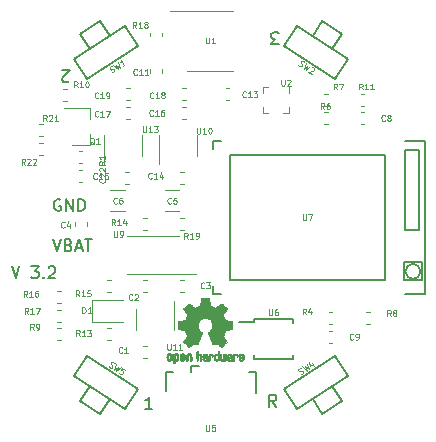
<source format=gbr>
%TF.GenerationSoftware,KiCad,Pcbnew,5.1.7+dfsg1-1~bpo10+1*%
%TF.CreationDate,Date%
%TF.ProjectId,osw-light,6f73772d-6c69-4676-9874-2e6b69636164,3.2*%
%TF.SameCoordinates,Original*%
%TF.FileFunction,Legend,Top*%
%TF.FilePolarity,Positive*%
%FSLAX46Y46*%
G04 Gerber Fmt 4.6, Leading zero omitted, Abs format (unit mm)*
G04 Created by KiCad*
%MOMM*%
%LPD*%
G01*
G04 APERTURE LIST*
%ADD10C,0.200000*%
%ADD11C,0.120000*%
%ADD12C,0.010000*%
%ADD13C,0.150000*%
%ADD14C,0.100000*%
G04 APERTURE END LIST*
D10*
X64166714Y-90050880D02*
X64119095Y-90098500D01*
X64023857Y-90146119D01*
X63785761Y-90146119D01*
X63690523Y-90098500D01*
X63642904Y-90050880D01*
X63595285Y-89955642D01*
X63595285Y-89860404D01*
X63642904Y-89717547D01*
X64214333Y-89146119D01*
X63595285Y-89146119D01*
X81930833Y-86907619D02*
X81311785Y-86907619D01*
X81645119Y-86526666D01*
X81502261Y-86526666D01*
X81407023Y-86479047D01*
X81359404Y-86431428D01*
X81311785Y-86336190D01*
X81311785Y-86098095D01*
X81359404Y-86002857D01*
X81407023Y-85955238D01*
X81502261Y-85907619D01*
X81787976Y-85907619D01*
X81883214Y-85955238D01*
X81930833Y-86002857D01*
X71215214Y-117800380D02*
X70643785Y-117800380D01*
X70929500Y-117800380D02*
X70929500Y-116800380D01*
X70834261Y-116943238D01*
X70739023Y-117038476D01*
X70643785Y-117086095D01*
X81716523Y-117609880D02*
X81383190Y-117133690D01*
X81145095Y-117609880D02*
X81145095Y-116609880D01*
X81526047Y-116609880D01*
X81621285Y-116657500D01*
X81668904Y-116705119D01*
X81716523Y-116800357D01*
X81716523Y-116943214D01*
X81668904Y-117038452D01*
X81621285Y-117086071D01*
X81526047Y-117133690D01*
X81145095Y-117133690D01*
X59309238Y-105751380D02*
X59642571Y-106751380D01*
X59975904Y-105751380D01*
X60975904Y-105751380D02*
X61594952Y-105751380D01*
X61261619Y-106132333D01*
X61404476Y-106132333D01*
X61499714Y-106179952D01*
X61547333Y-106227571D01*
X61594952Y-106322809D01*
X61594952Y-106560904D01*
X61547333Y-106656142D01*
X61499714Y-106703761D01*
X61404476Y-106751380D01*
X61118761Y-106751380D01*
X61023523Y-106703761D01*
X60975904Y-106656142D01*
X62023523Y-106656142D02*
X62071142Y-106703761D01*
X62023523Y-106751380D01*
X61975904Y-106703761D01*
X62023523Y-106656142D01*
X62023523Y-106751380D01*
X62452095Y-105846619D02*
X62499714Y-105799000D01*
X62594952Y-105751380D01*
X62833047Y-105751380D01*
X62928285Y-105799000D01*
X62975904Y-105846619D01*
X63023523Y-105941857D01*
X63023523Y-106037095D01*
X62975904Y-106179952D01*
X62404476Y-106751380D01*
X63023523Y-106751380D01*
X63436595Y-100084000D02*
X63341357Y-100036380D01*
X63198500Y-100036380D01*
X63055642Y-100084000D01*
X62960404Y-100179238D01*
X62912785Y-100274476D01*
X62865166Y-100464952D01*
X62865166Y-100607809D01*
X62912785Y-100798285D01*
X62960404Y-100893523D01*
X63055642Y-100988761D01*
X63198500Y-101036380D01*
X63293738Y-101036380D01*
X63436595Y-100988761D01*
X63484214Y-100941142D01*
X63484214Y-100607809D01*
X63293738Y-100607809D01*
X63912785Y-101036380D02*
X63912785Y-100036380D01*
X64484214Y-101036380D01*
X64484214Y-100036380D01*
X64960404Y-101036380D02*
X64960404Y-100036380D01*
X65198500Y-100036380D01*
X65341357Y-100084000D01*
X65436595Y-100179238D01*
X65484214Y-100274476D01*
X65531833Y-100464952D01*
X65531833Y-100607809D01*
X65484214Y-100798285D01*
X65436595Y-100893523D01*
X65341357Y-100988761D01*
X65198500Y-101036380D01*
X64960404Y-101036380D01*
X62809642Y-103465380D02*
X63142976Y-104465380D01*
X63476309Y-103465380D01*
X64142976Y-103941571D02*
X64285833Y-103989190D01*
X64333452Y-104036809D01*
X64381071Y-104132047D01*
X64381071Y-104274904D01*
X64333452Y-104370142D01*
X64285833Y-104417761D01*
X64190595Y-104465380D01*
X63809642Y-104465380D01*
X63809642Y-103465380D01*
X64142976Y-103465380D01*
X64238214Y-103513000D01*
X64285833Y-103560619D01*
X64333452Y-103655857D01*
X64333452Y-103751095D01*
X64285833Y-103846333D01*
X64238214Y-103893952D01*
X64142976Y-103941571D01*
X63809642Y-103941571D01*
X64762023Y-104179666D02*
X65238214Y-104179666D01*
X64666785Y-104465380D02*
X65000119Y-103465380D01*
X65333452Y-104465380D01*
X65523928Y-103465380D02*
X66095357Y-103465380D01*
X65809642Y-104465380D02*
X65809642Y-103465380D01*
D11*
%TO.C,R1*%
X65313779Y-96010000D02*
X64988221Y-96010000D01*
X65313779Y-97030000D02*
X64988221Y-97030000D01*
D12*
%TO.C,REF\u002A\u002A*%
G36*
X75795910Y-108430848D02*
G01*
X75874454Y-108431278D01*
X75931298Y-108432442D01*
X75970105Y-108434707D01*
X75994538Y-108438440D01*
X76008262Y-108444006D01*
X76014940Y-108451773D01*
X76018236Y-108462105D01*
X76018556Y-108463443D01*
X76023562Y-108487579D01*
X76032829Y-108535201D01*
X76045392Y-108601241D01*
X76060287Y-108680628D01*
X76076551Y-108768296D01*
X76077119Y-108771375D01*
X76093410Y-108857289D01*
X76108652Y-108933196D01*
X76121861Y-108994545D01*
X76132054Y-109036782D01*
X76138248Y-109055355D01*
X76138543Y-109055684D01*
X76156788Y-109064753D01*
X76194405Y-109079867D01*
X76243271Y-109097762D01*
X76243543Y-109097858D01*
X76305093Y-109120993D01*
X76377657Y-109150465D01*
X76446057Y-109180097D01*
X76449294Y-109181562D01*
X76560702Y-109232126D01*
X76807399Y-109063660D01*
X76883077Y-109012303D01*
X76951631Y-108966389D01*
X77009088Y-108928530D01*
X77051476Y-108901337D01*
X77074825Y-108887421D01*
X77077042Y-108886389D01*
X77094010Y-108890984D01*
X77125701Y-108913155D01*
X77173352Y-108953947D01*
X77238198Y-109014405D01*
X77304397Y-109078727D01*
X77368214Y-109142112D01*
X77425329Y-109199951D01*
X77472305Y-109248675D01*
X77505703Y-109284710D01*
X77522085Y-109304484D01*
X77522694Y-109305502D01*
X77524505Y-109319072D01*
X77517683Y-109341233D01*
X77500540Y-109374978D01*
X77471393Y-109423300D01*
X77428555Y-109489192D01*
X77371448Y-109574017D01*
X77320766Y-109648677D01*
X77275461Y-109715640D01*
X77238150Y-109771016D01*
X77211452Y-109810920D01*
X77197985Y-109831462D01*
X77197137Y-109832856D01*
X77198781Y-109852538D01*
X77211245Y-109890793D01*
X77232048Y-109940389D01*
X77239462Y-109956228D01*
X77271814Y-110026790D01*
X77306328Y-110106853D01*
X77334365Y-110176129D01*
X77354568Y-110227545D01*
X77370615Y-110266619D01*
X77379888Y-110287041D01*
X77381041Y-110288614D01*
X77398096Y-110291221D01*
X77438298Y-110298363D01*
X77496302Y-110309023D01*
X77566763Y-110322185D01*
X77644335Y-110336833D01*
X77723672Y-110351949D01*
X77799431Y-110366518D01*
X77866264Y-110379522D01*
X77918828Y-110389945D01*
X77951776Y-110396770D01*
X77959857Y-110398699D01*
X77968205Y-110403462D01*
X77974506Y-110414218D01*
X77979045Y-110434598D01*
X77982104Y-110468234D01*
X77983967Y-110518755D01*
X77984918Y-110589792D01*
X77985240Y-110684976D01*
X77985257Y-110723992D01*
X77985257Y-111041299D01*
X77909057Y-111056339D01*
X77866663Y-111064495D01*
X77803400Y-111076399D01*
X77726962Y-111090616D01*
X77645043Y-111105710D01*
X77622400Y-111109855D01*
X77546806Y-111124553D01*
X77480953Y-111139005D01*
X77430366Y-111151875D01*
X77400574Y-111161822D01*
X77395612Y-111164787D01*
X77383426Y-111185783D01*
X77365953Y-111226467D01*
X77346577Y-111278822D01*
X77342734Y-111290100D01*
X77317339Y-111360023D01*
X77285817Y-111438918D01*
X77254969Y-111509766D01*
X77254817Y-111510095D01*
X77203447Y-111621233D01*
X77372399Y-111869753D01*
X77541352Y-112118272D01*
X77324429Y-112335558D01*
X77258819Y-112400226D01*
X77198979Y-112457233D01*
X77148267Y-112503533D01*
X77110046Y-112536084D01*
X77087675Y-112551843D01*
X77084466Y-112552843D01*
X77065626Y-112544969D01*
X77027180Y-112523078D01*
X76973330Y-112489767D01*
X76908276Y-112447631D01*
X76837940Y-112400443D01*
X76766555Y-112352310D01*
X76702908Y-112310428D01*
X76651041Y-112277371D01*
X76614995Y-112255718D01*
X76598867Y-112248043D01*
X76579189Y-112254537D01*
X76541875Y-112271650D01*
X76494621Y-112295826D01*
X76489612Y-112298513D01*
X76425977Y-112330427D01*
X76382341Y-112346079D01*
X76355202Y-112346245D01*
X76341057Y-112331704D01*
X76340975Y-112331500D01*
X76333905Y-112314279D01*
X76317042Y-112273399D01*
X76291695Y-112212025D01*
X76259171Y-112133319D01*
X76220778Y-112040447D01*
X76177822Y-111936572D01*
X76136222Y-111836002D01*
X76090504Y-111725016D01*
X76048526Y-111622203D01*
X76011548Y-111530715D01*
X75980827Y-111453701D01*
X75957622Y-111394315D01*
X75943190Y-111355709D01*
X75938743Y-111341300D01*
X75949896Y-111324772D01*
X75979069Y-111298430D01*
X76017971Y-111269387D01*
X76128757Y-111177539D01*
X76215351Y-111072259D01*
X76276716Y-110955766D01*
X76311815Y-110830276D01*
X76319608Y-110698007D01*
X76313943Y-110636957D01*
X76283078Y-110510295D01*
X76229920Y-110398441D01*
X76157767Y-110302501D01*
X76069917Y-110223576D01*
X75969665Y-110162770D01*
X75860310Y-110121187D01*
X75745147Y-110099928D01*
X75627475Y-110100099D01*
X75510590Y-110122801D01*
X75397789Y-110169138D01*
X75292369Y-110240213D01*
X75248368Y-110280411D01*
X75163979Y-110383629D01*
X75105222Y-110496425D01*
X75071704Y-110615510D01*
X75063035Y-110737595D01*
X75078823Y-110859393D01*
X75118678Y-110977616D01*
X75182207Y-111088975D01*
X75269021Y-111190184D01*
X75366029Y-111269387D01*
X75406437Y-111299662D01*
X75434982Y-111325719D01*
X75445257Y-111341325D01*
X75439877Y-111358343D01*
X75424575Y-111399000D01*
X75400612Y-111460142D01*
X75369244Y-111538619D01*
X75331732Y-111631280D01*
X75289333Y-111734972D01*
X75247663Y-111836026D01*
X75201690Y-111947107D01*
X75159107Y-112050041D01*
X75121221Y-112141665D01*
X75089340Y-112218816D01*
X75064771Y-112278331D01*
X75048820Y-112317044D01*
X75042910Y-112331500D01*
X75028948Y-112346185D01*
X75001940Y-112346142D01*
X74958413Y-112330599D01*
X74894890Y-112298784D01*
X74894388Y-112298513D01*
X74846560Y-112273823D01*
X74807897Y-112255838D01*
X74786095Y-112248114D01*
X74785133Y-112248043D01*
X74768721Y-112255878D01*
X74732487Y-112277665D01*
X74680474Y-112310828D01*
X74616725Y-112352791D01*
X74546060Y-112400443D01*
X74474116Y-112448691D01*
X74409274Y-112490651D01*
X74355735Y-112523727D01*
X74317697Y-112545321D01*
X74299533Y-112552843D01*
X74282808Y-112542957D01*
X74249180Y-112515326D01*
X74202010Y-112472995D01*
X74144658Y-112419005D01*
X74080484Y-112356399D01*
X74059497Y-112335483D01*
X73842499Y-112118123D01*
X74007668Y-111875720D01*
X74057864Y-111801281D01*
X74101919Y-111734472D01*
X74137362Y-111679165D01*
X74161719Y-111639229D01*
X74172522Y-111618536D01*
X74172838Y-111617063D01*
X74167143Y-111597558D01*
X74151826Y-111558322D01*
X74129537Y-111505930D01*
X74113893Y-111470855D01*
X74084641Y-111403701D01*
X74057094Y-111335858D01*
X74035737Y-111278534D01*
X74029935Y-111261072D01*
X74013452Y-111214438D01*
X73997340Y-111178405D01*
X73988490Y-111164787D01*
X73968960Y-111156452D01*
X73926334Y-111144637D01*
X73866145Y-111130681D01*
X73793922Y-111115922D01*
X73761600Y-111109855D01*
X73679522Y-111094773D01*
X73600795Y-111080169D01*
X73533109Y-111067480D01*
X73484160Y-111058142D01*
X73474943Y-111056339D01*
X73398743Y-111041299D01*
X73398743Y-110723992D01*
X73398914Y-110619654D01*
X73399616Y-110540713D01*
X73401134Y-110483538D01*
X73403749Y-110444499D01*
X73407746Y-110419965D01*
X73413409Y-110406305D01*
X73421020Y-110399889D01*
X73424143Y-110398699D01*
X73442978Y-110394480D01*
X73484588Y-110386062D01*
X73543630Y-110374461D01*
X73614757Y-110360695D01*
X73692625Y-110345780D01*
X73771887Y-110330732D01*
X73847198Y-110316569D01*
X73913213Y-110304306D01*
X73964587Y-110294961D01*
X73995975Y-110289550D01*
X74002959Y-110288614D01*
X74009285Y-110276096D01*
X74023290Y-110242746D01*
X74042355Y-110194877D01*
X74049634Y-110176129D01*
X74078996Y-110103695D01*
X74113571Y-110023670D01*
X74144537Y-109956228D01*
X74167323Y-109904659D01*
X74182482Y-109862285D01*
X74187542Y-109836334D01*
X74186736Y-109832856D01*
X74176041Y-109816436D01*
X74151620Y-109779917D01*
X74116095Y-109727187D01*
X74072087Y-109662135D01*
X74022217Y-109588651D01*
X74012356Y-109574145D01*
X73954492Y-109488204D01*
X73911956Y-109422761D01*
X73883054Y-109374804D01*
X73866090Y-109341320D01*
X73859367Y-109319295D01*
X73861190Y-109305717D01*
X73861236Y-109305631D01*
X73875586Y-109287797D01*
X73907323Y-109253317D01*
X73953010Y-109205768D01*
X74009204Y-109148722D01*
X74072468Y-109085755D01*
X74079602Y-109078727D01*
X74159330Y-109001520D01*
X74220857Y-108944830D01*
X74265421Y-108907610D01*
X74294257Y-108888815D01*
X74306958Y-108886389D01*
X74325494Y-108896971D01*
X74363961Y-108921416D01*
X74418386Y-108957112D01*
X74484798Y-109001447D01*
X74559225Y-109051811D01*
X74576601Y-109063660D01*
X74823297Y-109232126D01*
X74934706Y-109181562D01*
X75002457Y-109152095D01*
X75075183Y-109122459D01*
X75137703Y-109098830D01*
X75140457Y-109097858D01*
X75189360Y-109079957D01*
X75227057Y-109064820D01*
X75245425Y-109055710D01*
X75245456Y-109055684D01*
X75251285Y-109039217D01*
X75261192Y-108998719D01*
X75274195Y-108938742D01*
X75289309Y-108863840D01*
X75305552Y-108778564D01*
X75306881Y-108771375D01*
X75323175Y-108683514D01*
X75338133Y-108603760D01*
X75350791Y-108537181D01*
X75360186Y-108488847D01*
X75365354Y-108463825D01*
X75365444Y-108463443D01*
X75368589Y-108452799D01*
X75374704Y-108444762D01*
X75387453Y-108438967D01*
X75410500Y-108435047D01*
X75447509Y-108432635D01*
X75502144Y-108431365D01*
X75578067Y-108430871D01*
X75678944Y-108430786D01*
X75692000Y-108430786D01*
X75795910Y-108430848D01*
G37*
X75795910Y-108430848D02*
X75874454Y-108431278D01*
X75931298Y-108432442D01*
X75970105Y-108434707D01*
X75994538Y-108438440D01*
X76008262Y-108444006D01*
X76014940Y-108451773D01*
X76018236Y-108462105D01*
X76018556Y-108463443D01*
X76023562Y-108487579D01*
X76032829Y-108535201D01*
X76045392Y-108601241D01*
X76060287Y-108680628D01*
X76076551Y-108768296D01*
X76077119Y-108771375D01*
X76093410Y-108857289D01*
X76108652Y-108933196D01*
X76121861Y-108994545D01*
X76132054Y-109036782D01*
X76138248Y-109055355D01*
X76138543Y-109055684D01*
X76156788Y-109064753D01*
X76194405Y-109079867D01*
X76243271Y-109097762D01*
X76243543Y-109097858D01*
X76305093Y-109120993D01*
X76377657Y-109150465D01*
X76446057Y-109180097D01*
X76449294Y-109181562D01*
X76560702Y-109232126D01*
X76807399Y-109063660D01*
X76883077Y-109012303D01*
X76951631Y-108966389D01*
X77009088Y-108928530D01*
X77051476Y-108901337D01*
X77074825Y-108887421D01*
X77077042Y-108886389D01*
X77094010Y-108890984D01*
X77125701Y-108913155D01*
X77173352Y-108953947D01*
X77238198Y-109014405D01*
X77304397Y-109078727D01*
X77368214Y-109142112D01*
X77425329Y-109199951D01*
X77472305Y-109248675D01*
X77505703Y-109284710D01*
X77522085Y-109304484D01*
X77522694Y-109305502D01*
X77524505Y-109319072D01*
X77517683Y-109341233D01*
X77500540Y-109374978D01*
X77471393Y-109423300D01*
X77428555Y-109489192D01*
X77371448Y-109574017D01*
X77320766Y-109648677D01*
X77275461Y-109715640D01*
X77238150Y-109771016D01*
X77211452Y-109810920D01*
X77197985Y-109831462D01*
X77197137Y-109832856D01*
X77198781Y-109852538D01*
X77211245Y-109890793D01*
X77232048Y-109940389D01*
X77239462Y-109956228D01*
X77271814Y-110026790D01*
X77306328Y-110106853D01*
X77334365Y-110176129D01*
X77354568Y-110227545D01*
X77370615Y-110266619D01*
X77379888Y-110287041D01*
X77381041Y-110288614D01*
X77398096Y-110291221D01*
X77438298Y-110298363D01*
X77496302Y-110309023D01*
X77566763Y-110322185D01*
X77644335Y-110336833D01*
X77723672Y-110351949D01*
X77799431Y-110366518D01*
X77866264Y-110379522D01*
X77918828Y-110389945D01*
X77951776Y-110396770D01*
X77959857Y-110398699D01*
X77968205Y-110403462D01*
X77974506Y-110414218D01*
X77979045Y-110434598D01*
X77982104Y-110468234D01*
X77983967Y-110518755D01*
X77984918Y-110589792D01*
X77985240Y-110684976D01*
X77985257Y-110723992D01*
X77985257Y-111041299D01*
X77909057Y-111056339D01*
X77866663Y-111064495D01*
X77803400Y-111076399D01*
X77726962Y-111090616D01*
X77645043Y-111105710D01*
X77622400Y-111109855D01*
X77546806Y-111124553D01*
X77480953Y-111139005D01*
X77430366Y-111151875D01*
X77400574Y-111161822D01*
X77395612Y-111164787D01*
X77383426Y-111185783D01*
X77365953Y-111226467D01*
X77346577Y-111278822D01*
X77342734Y-111290100D01*
X77317339Y-111360023D01*
X77285817Y-111438918D01*
X77254969Y-111509766D01*
X77254817Y-111510095D01*
X77203447Y-111621233D01*
X77372399Y-111869753D01*
X77541352Y-112118272D01*
X77324429Y-112335558D01*
X77258819Y-112400226D01*
X77198979Y-112457233D01*
X77148267Y-112503533D01*
X77110046Y-112536084D01*
X77087675Y-112551843D01*
X77084466Y-112552843D01*
X77065626Y-112544969D01*
X77027180Y-112523078D01*
X76973330Y-112489767D01*
X76908276Y-112447631D01*
X76837940Y-112400443D01*
X76766555Y-112352310D01*
X76702908Y-112310428D01*
X76651041Y-112277371D01*
X76614995Y-112255718D01*
X76598867Y-112248043D01*
X76579189Y-112254537D01*
X76541875Y-112271650D01*
X76494621Y-112295826D01*
X76489612Y-112298513D01*
X76425977Y-112330427D01*
X76382341Y-112346079D01*
X76355202Y-112346245D01*
X76341057Y-112331704D01*
X76340975Y-112331500D01*
X76333905Y-112314279D01*
X76317042Y-112273399D01*
X76291695Y-112212025D01*
X76259171Y-112133319D01*
X76220778Y-112040447D01*
X76177822Y-111936572D01*
X76136222Y-111836002D01*
X76090504Y-111725016D01*
X76048526Y-111622203D01*
X76011548Y-111530715D01*
X75980827Y-111453701D01*
X75957622Y-111394315D01*
X75943190Y-111355709D01*
X75938743Y-111341300D01*
X75949896Y-111324772D01*
X75979069Y-111298430D01*
X76017971Y-111269387D01*
X76128757Y-111177539D01*
X76215351Y-111072259D01*
X76276716Y-110955766D01*
X76311815Y-110830276D01*
X76319608Y-110698007D01*
X76313943Y-110636957D01*
X76283078Y-110510295D01*
X76229920Y-110398441D01*
X76157767Y-110302501D01*
X76069917Y-110223576D01*
X75969665Y-110162770D01*
X75860310Y-110121187D01*
X75745147Y-110099928D01*
X75627475Y-110100099D01*
X75510590Y-110122801D01*
X75397789Y-110169138D01*
X75292369Y-110240213D01*
X75248368Y-110280411D01*
X75163979Y-110383629D01*
X75105222Y-110496425D01*
X75071704Y-110615510D01*
X75063035Y-110737595D01*
X75078823Y-110859393D01*
X75118678Y-110977616D01*
X75182207Y-111088975D01*
X75269021Y-111190184D01*
X75366029Y-111269387D01*
X75406437Y-111299662D01*
X75434982Y-111325719D01*
X75445257Y-111341325D01*
X75439877Y-111358343D01*
X75424575Y-111399000D01*
X75400612Y-111460142D01*
X75369244Y-111538619D01*
X75331732Y-111631280D01*
X75289333Y-111734972D01*
X75247663Y-111836026D01*
X75201690Y-111947107D01*
X75159107Y-112050041D01*
X75121221Y-112141665D01*
X75089340Y-112218816D01*
X75064771Y-112278331D01*
X75048820Y-112317044D01*
X75042910Y-112331500D01*
X75028948Y-112346185D01*
X75001940Y-112346142D01*
X74958413Y-112330599D01*
X74894890Y-112298784D01*
X74894388Y-112298513D01*
X74846560Y-112273823D01*
X74807897Y-112255838D01*
X74786095Y-112248114D01*
X74785133Y-112248043D01*
X74768721Y-112255878D01*
X74732487Y-112277665D01*
X74680474Y-112310828D01*
X74616725Y-112352791D01*
X74546060Y-112400443D01*
X74474116Y-112448691D01*
X74409274Y-112490651D01*
X74355735Y-112523727D01*
X74317697Y-112545321D01*
X74299533Y-112552843D01*
X74282808Y-112542957D01*
X74249180Y-112515326D01*
X74202010Y-112472995D01*
X74144658Y-112419005D01*
X74080484Y-112356399D01*
X74059497Y-112335483D01*
X73842499Y-112118123D01*
X74007668Y-111875720D01*
X74057864Y-111801281D01*
X74101919Y-111734472D01*
X74137362Y-111679165D01*
X74161719Y-111639229D01*
X74172522Y-111618536D01*
X74172838Y-111617063D01*
X74167143Y-111597558D01*
X74151826Y-111558322D01*
X74129537Y-111505930D01*
X74113893Y-111470855D01*
X74084641Y-111403701D01*
X74057094Y-111335858D01*
X74035737Y-111278534D01*
X74029935Y-111261072D01*
X74013452Y-111214438D01*
X73997340Y-111178405D01*
X73988490Y-111164787D01*
X73968960Y-111156452D01*
X73926334Y-111144637D01*
X73866145Y-111130681D01*
X73793922Y-111115922D01*
X73761600Y-111109855D01*
X73679522Y-111094773D01*
X73600795Y-111080169D01*
X73533109Y-111067480D01*
X73484160Y-111058142D01*
X73474943Y-111056339D01*
X73398743Y-111041299D01*
X73398743Y-110723992D01*
X73398914Y-110619654D01*
X73399616Y-110540713D01*
X73401134Y-110483538D01*
X73403749Y-110444499D01*
X73407746Y-110419965D01*
X73413409Y-110406305D01*
X73421020Y-110399889D01*
X73424143Y-110398699D01*
X73442978Y-110394480D01*
X73484588Y-110386062D01*
X73543630Y-110374461D01*
X73614757Y-110360695D01*
X73692625Y-110345780D01*
X73771887Y-110330732D01*
X73847198Y-110316569D01*
X73913213Y-110304306D01*
X73964587Y-110294961D01*
X73995975Y-110289550D01*
X74002959Y-110288614D01*
X74009285Y-110276096D01*
X74023290Y-110242746D01*
X74042355Y-110194877D01*
X74049634Y-110176129D01*
X74078996Y-110103695D01*
X74113571Y-110023670D01*
X74144537Y-109956228D01*
X74167323Y-109904659D01*
X74182482Y-109862285D01*
X74187542Y-109836334D01*
X74186736Y-109832856D01*
X74176041Y-109816436D01*
X74151620Y-109779917D01*
X74116095Y-109727187D01*
X74072087Y-109662135D01*
X74022217Y-109588651D01*
X74012356Y-109574145D01*
X73954492Y-109488204D01*
X73911956Y-109422761D01*
X73883054Y-109374804D01*
X73866090Y-109341320D01*
X73859367Y-109319295D01*
X73861190Y-109305717D01*
X73861236Y-109305631D01*
X73875586Y-109287797D01*
X73907323Y-109253317D01*
X73953010Y-109205768D01*
X74009204Y-109148722D01*
X74072468Y-109085755D01*
X74079602Y-109078727D01*
X74159330Y-109001520D01*
X74220857Y-108944830D01*
X74265421Y-108907610D01*
X74294257Y-108888815D01*
X74306958Y-108886389D01*
X74325494Y-108896971D01*
X74363961Y-108921416D01*
X74418386Y-108957112D01*
X74484798Y-109001447D01*
X74559225Y-109051811D01*
X74576601Y-109063660D01*
X74823297Y-109232126D01*
X74934706Y-109181562D01*
X75002457Y-109152095D01*
X75075183Y-109122459D01*
X75137703Y-109098830D01*
X75140457Y-109097858D01*
X75189360Y-109079957D01*
X75227057Y-109064820D01*
X75245425Y-109055710D01*
X75245456Y-109055684D01*
X75251285Y-109039217D01*
X75261192Y-108998719D01*
X75274195Y-108938742D01*
X75289309Y-108863840D01*
X75305552Y-108778564D01*
X75306881Y-108771375D01*
X75323175Y-108683514D01*
X75338133Y-108603760D01*
X75350791Y-108537181D01*
X75360186Y-108488847D01*
X75365354Y-108463825D01*
X75365444Y-108463443D01*
X75368589Y-108452799D01*
X75374704Y-108444762D01*
X75387453Y-108438967D01*
X75410500Y-108435047D01*
X75447509Y-108432635D01*
X75502144Y-108431365D01*
X75578067Y-108430871D01*
X75678944Y-108430786D01*
X75692000Y-108430786D01*
X75795910Y-108430848D01*
G36*
X78845595Y-113155466D02*
G01*
X78903021Y-113192997D01*
X78930719Y-113226596D01*
X78952662Y-113287564D01*
X78954405Y-113335808D01*
X78950457Y-113400316D01*
X78801686Y-113465434D01*
X78729349Y-113498702D01*
X78682084Y-113525464D01*
X78657507Y-113548644D01*
X78653237Y-113571167D01*
X78666889Y-113595955D01*
X78681943Y-113612386D01*
X78725746Y-113638735D01*
X78773389Y-113640581D01*
X78817145Y-113620046D01*
X78849289Y-113579252D01*
X78855038Y-113564847D01*
X78882576Y-113519856D01*
X78914258Y-113500682D01*
X78957714Y-113484279D01*
X78957714Y-113546466D01*
X78953872Y-113588783D01*
X78938823Y-113624469D01*
X78907280Y-113665443D01*
X78902592Y-113670767D01*
X78867506Y-113707220D01*
X78837347Y-113726783D01*
X78799615Y-113735783D01*
X78768335Y-113738730D01*
X78712385Y-113739465D01*
X78672555Y-113730160D01*
X78647708Y-113716346D01*
X78608656Y-113685967D01*
X78581625Y-113653113D01*
X78564517Y-113611794D01*
X78555238Y-113556021D01*
X78551693Y-113479805D01*
X78551410Y-113441122D01*
X78552372Y-113394747D01*
X78640007Y-113394747D01*
X78641023Y-113419626D01*
X78643556Y-113423700D01*
X78660274Y-113418165D01*
X78696249Y-113403517D01*
X78744331Y-113382690D01*
X78754386Y-113378214D01*
X78815152Y-113347314D01*
X78848632Y-113320157D01*
X78855990Y-113294720D01*
X78838391Y-113268981D01*
X78823856Y-113257609D01*
X78771410Y-113234864D01*
X78722322Y-113238622D01*
X78681227Y-113266384D01*
X78652758Y-113315652D01*
X78643631Y-113354757D01*
X78640007Y-113394747D01*
X78552372Y-113394747D01*
X78553285Y-113350749D01*
X78560196Y-113283884D01*
X78573884Y-113235195D01*
X78596096Y-113199349D01*
X78628574Y-113171013D01*
X78642733Y-113161855D01*
X78707053Y-113138007D01*
X78777473Y-113136506D01*
X78845595Y-113155466D01*
G37*
X78845595Y-113155466D02*
X78903021Y-113192997D01*
X78930719Y-113226596D01*
X78952662Y-113287564D01*
X78954405Y-113335808D01*
X78950457Y-113400316D01*
X78801686Y-113465434D01*
X78729349Y-113498702D01*
X78682084Y-113525464D01*
X78657507Y-113548644D01*
X78653237Y-113571167D01*
X78666889Y-113595955D01*
X78681943Y-113612386D01*
X78725746Y-113638735D01*
X78773389Y-113640581D01*
X78817145Y-113620046D01*
X78849289Y-113579252D01*
X78855038Y-113564847D01*
X78882576Y-113519856D01*
X78914258Y-113500682D01*
X78957714Y-113484279D01*
X78957714Y-113546466D01*
X78953872Y-113588783D01*
X78938823Y-113624469D01*
X78907280Y-113665443D01*
X78902592Y-113670767D01*
X78867506Y-113707220D01*
X78837347Y-113726783D01*
X78799615Y-113735783D01*
X78768335Y-113738730D01*
X78712385Y-113739465D01*
X78672555Y-113730160D01*
X78647708Y-113716346D01*
X78608656Y-113685967D01*
X78581625Y-113653113D01*
X78564517Y-113611794D01*
X78555238Y-113556021D01*
X78551693Y-113479805D01*
X78551410Y-113441122D01*
X78552372Y-113394747D01*
X78640007Y-113394747D01*
X78641023Y-113419626D01*
X78643556Y-113423700D01*
X78660274Y-113418165D01*
X78696249Y-113403517D01*
X78744331Y-113382690D01*
X78754386Y-113378214D01*
X78815152Y-113347314D01*
X78848632Y-113320157D01*
X78855990Y-113294720D01*
X78838391Y-113268981D01*
X78823856Y-113257609D01*
X78771410Y-113234864D01*
X78722322Y-113238622D01*
X78681227Y-113266384D01*
X78652758Y-113315652D01*
X78643631Y-113354757D01*
X78640007Y-113394747D01*
X78552372Y-113394747D01*
X78553285Y-113350749D01*
X78560196Y-113283884D01*
X78573884Y-113235195D01*
X78596096Y-113199349D01*
X78628574Y-113171013D01*
X78642733Y-113161855D01*
X78707053Y-113138007D01*
X78777473Y-113136506D01*
X78845595Y-113155466D01*
G36*
X78344600Y-113147252D02*
G01*
X78361948Y-113154834D01*
X78403356Y-113187628D01*
X78438765Y-113235047D01*
X78460664Y-113285651D01*
X78464229Y-113310598D01*
X78452279Y-113345427D01*
X78426067Y-113363857D01*
X78397964Y-113375016D01*
X78385095Y-113377072D01*
X78378829Y-113362149D01*
X78366456Y-113329675D01*
X78361028Y-113315002D01*
X78330590Y-113264244D01*
X78286520Y-113238927D01*
X78230010Y-113239706D01*
X78225825Y-113240703D01*
X78195655Y-113255007D01*
X78173476Y-113282893D01*
X78158327Y-113327787D01*
X78149250Y-113393115D01*
X78145286Y-113482304D01*
X78144914Y-113529761D01*
X78144730Y-113604571D01*
X78143522Y-113655569D01*
X78140309Y-113687971D01*
X78134109Y-113706995D01*
X78123940Y-113717856D01*
X78108819Y-113725772D01*
X78107946Y-113726170D01*
X78078828Y-113738481D01*
X78064403Y-113743014D01*
X78062186Y-113729309D01*
X78060289Y-113691425D01*
X78058847Y-113634215D01*
X78057998Y-113562527D01*
X78057829Y-113510065D01*
X78058692Y-113408547D01*
X78062070Y-113331532D01*
X78069142Y-113274523D01*
X78081088Y-113233026D01*
X78099090Y-113202543D01*
X78124327Y-113178580D01*
X78149247Y-113161855D01*
X78209171Y-113139597D01*
X78278911Y-113134576D01*
X78344600Y-113147252D01*
G37*
X78344600Y-113147252D02*
X78361948Y-113154834D01*
X78403356Y-113187628D01*
X78438765Y-113235047D01*
X78460664Y-113285651D01*
X78464229Y-113310598D01*
X78452279Y-113345427D01*
X78426067Y-113363857D01*
X78397964Y-113375016D01*
X78385095Y-113377072D01*
X78378829Y-113362149D01*
X78366456Y-113329675D01*
X78361028Y-113315002D01*
X78330590Y-113264244D01*
X78286520Y-113238927D01*
X78230010Y-113239706D01*
X78225825Y-113240703D01*
X78195655Y-113255007D01*
X78173476Y-113282893D01*
X78158327Y-113327787D01*
X78149250Y-113393115D01*
X78145286Y-113482304D01*
X78144914Y-113529761D01*
X78144730Y-113604571D01*
X78143522Y-113655569D01*
X78140309Y-113687971D01*
X78134109Y-113706995D01*
X78123940Y-113717856D01*
X78108819Y-113725772D01*
X78107946Y-113726170D01*
X78078828Y-113738481D01*
X78064403Y-113743014D01*
X78062186Y-113729309D01*
X78060289Y-113691425D01*
X78058847Y-113634215D01*
X78057998Y-113562527D01*
X78057829Y-113510065D01*
X78058692Y-113408547D01*
X78062070Y-113331532D01*
X78069142Y-113274523D01*
X78081088Y-113233026D01*
X78099090Y-113202543D01*
X78124327Y-113178580D01*
X78149247Y-113161855D01*
X78209171Y-113139597D01*
X78278911Y-113134576D01*
X78344600Y-113147252D01*
G36*
X77836876Y-113144835D02*
G01*
X77878667Y-113163844D01*
X77911469Y-113186878D01*
X77935503Y-113212633D01*
X77952097Y-113245858D01*
X77962577Y-113291300D01*
X77968271Y-113353707D01*
X77970507Y-113437827D01*
X77970743Y-113493221D01*
X77970743Y-113709326D01*
X77933774Y-113726170D01*
X77904656Y-113738481D01*
X77890231Y-113743014D01*
X77887472Y-113729525D01*
X77885282Y-113693153D01*
X77883942Y-113640042D01*
X77883657Y-113597872D01*
X77882434Y-113536947D01*
X77879136Y-113488615D01*
X77874321Y-113459018D01*
X77870496Y-113452729D01*
X77844783Y-113459152D01*
X77804418Y-113475625D01*
X77757679Y-113497958D01*
X77712845Y-113521957D01*
X77678193Y-113543430D01*
X77662002Y-113558185D01*
X77661938Y-113558345D01*
X77663330Y-113585652D01*
X77675818Y-113611719D01*
X77697743Y-113632892D01*
X77729743Y-113639974D01*
X77757092Y-113639149D01*
X77795826Y-113638542D01*
X77816158Y-113647616D01*
X77828369Y-113671592D01*
X77829909Y-113676113D01*
X77835203Y-113710306D01*
X77821047Y-113731068D01*
X77784148Y-113740962D01*
X77744289Y-113742792D01*
X77672562Y-113729227D01*
X77635432Y-113709855D01*
X77589576Y-113664345D01*
X77565256Y-113608483D01*
X77563073Y-113549457D01*
X77583629Y-113494453D01*
X77614549Y-113459986D01*
X77645420Y-113440689D01*
X77693942Y-113416259D01*
X77750485Y-113391485D01*
X77759910Y-113387699D01*
X77822019Y-113360291D01*
X77857822Y-113336134D01*
X77869337Y-113312119D01*
X77858580Y-113285135D01*
X77840114Y-113264043D01*
X77796469Y-113238072D01*
X77748446Y-113236124D01*
X77704406Y-113256137D01*
X77672709Y-113296051D01*
X77668549Y-113306348D01*
X77644327Y-113344224D01*
X77608965Y-113372342D01*
X77564343Y-113395417D01*
X77564343Y-113329985D01*
X77566969Y-113290006D01*
X77578230Y-113258497D01*
X77603199Y-113224878D01*
X77627169Y-113198984D01*
X77664441Y-113162317D01*
X77693401Y-113142621D01*
X77724505Y-113134720D01*
X77759713Y-113133414D01*
X77836876Y-113144835D01*
G37*
X77836876Y-113144835D02*
X77878667Y-113163844D01*
X77911469Y-113186878D01*
X77935503Y-113212633D01*
X77952097Y-113245858D01*
X77962577Y-113291300D01*
X77968271Y-113353707D01*
X77970507Y-113437827D01*
X77970743Y-113493221D01*
X77970743Y-113709326D01*
X77933774Y-113726170D01*
X77904656Y-113738481D01*
X77890231Y-113743014D01*
X77887472Y-113729525D01*
X77885282Y-113693153D01*
X77883942Y-113640042D01*
X77883657Y-113597872D01*
X77882434Y-113536947D01*
X77879136Y-113488615D01*
X77874321Y-113459018D01*
X77870496Y-113452729D01*
X77844783Y-113459152D01*
X77804418Y-113475625D01*
X77757679Y-113497958D01*
X77712845Y-113521957D01*
X77678193Y-113543430D01*
X77662002Y-113558185D01*
X77661938Y-113558345D01*
X77663330Y-113585652D01*
X77675818Y-113611719D01*
X77697743Y-113632892D01*
X77729743Y-113639974D01*
X77757092Y-113639149D01*
X77795826Y-113638542D01*
X77816158Y-113647616D01*
X77828369Y-113671592D01*
X77829909Y-113676113D01*
X77835203Y-113710306D01*
X77821047Y-113731068D01*
X77784148Y-113740962D01*
X77744289Y-113742792D01*
X77672562Y-113729227D01*
X77635432Y-113709855D01*
X77589576Y-113664345D01*
X77565256Y-113608483D01*
X77563073Y-113549457D01*
X77583629Y-113494453D01*
X77614549Y-113459986D01*
X77645420Y-113440689D01*
X77693942Y-113416259D01*
X77750485Y-113391485D01*
X77759910Y-113387699D01*
X77822019Y-113360291D01*
X77857822Y-113336134D01*
X77869337Y-113312119D01*
X77858580Y-113285135D01*
X77840114Y-113264043D01*
X77796469Y-113238072D01*
X77748446Y-113236124D01*
X77704406Y-113256137D01*
X77672709Y-113296051D01*
X77668549Y-113306348D01*
X77644327Y-113344224D01*
X77608965Y-113372342D01*
X77564343Y-113395417D01*
X77564343Y-113329985D01*
X77566969Y-113290006D01*
X77578230Y-113258497D01*
X77603199Y-113224878D01*
X77627169Y-113198984D01*
X77664441Y-113162317D01*
X77693401Y-113142621D01*
X77724505Y-113134720D01*
X77759713Y-113133414D01*
X77836876Y-113144835D01*
G36*
X77471833Y-113147163D02*
G01*
X77474048Y-113185350D01*
X77475784Y-113243386D01*
X77476899Y-113316680D01*
X77477257Y-113393555D01*
X77477257Y-113653696D01*
X77431326Y-113699627D01*
X77399675Y-113727929D01*
X77371890Y-113739393D01*
X77333915Y-113738668D01*
X77318840Y-113736821D01*
X77271726Y-113731448D01*
X77232756Y-113728369D01*
X77223257Y-113728085D01*
X77191233Y-113729945D01*
X77145432Y-113734614D01*
X77127674Y-113736821D01*
X77084057Y-113740235D01*
X77054745Y-113732820D01*
X77025680Y-113709927D01*
X77015188Y-113699627D01*
X76969257Y-113653696D01*
X76969257Y-113167102D01*
X77006226Y-113150258D01*
X77038059Y-113137782D01*
X77056683Y-113133414D01*
X77061458Y-113147218D01*
X77065921Y-113185786D01*
X77069775Y-113244856D01*
X77072722Y-113320163D01*
X77074143Y-113383786D01*
X77078114Y-113634157D01*
X77112759Y-113639056D01*
X77144268Y-113635631D01*
X77159708Y-113624541D01*
X77164023Y-113603808D01*
X77167708Y-113559645D01*
X77170469Y-113497646D01*
X77172012Y-113423409D01*
X77172235Y-113385206D01*
X77172457Y-113165283D01*
X77218166Y-113149349D01*
X77250518Y-113138515D01*
X77268115Y-113133462D01*
X77268623Y-113133414D01*
X77270388Y-113147148D01*
X77272329Y-113185230D01*
X77274282Y-113242982D01*
X77276084Y-113315727D01*
X77277343Y-113383786D01*
X77281314Y-113634157D01*
X77368400Y-113634157D01*
X77372396Y-113405740D01*
X77376392Y-113177322D01*
X77418847Y-113155368D01*
X77450192Y-113140293D01*
X77468744Y-113133451D01*
X77469279Y-113133414D01*
X77471833Y-113147163D01*
G37*
X77471833Y-113147163D02*
X77474048Y-113185350D01*
X77475784Y-113243386D01*
X77476899Y-113316680D01*
X77477257Y-113393555D01*
X77477257Y-113653696D01*
X77431326Y-113699627D01*
X77399675Y-113727929D01*
X77371890Y-113739393D01*
X77333915Y-113738668D01*
X77318840Y-113736821D01*
X77271726Y-113731448D01*
X77232756Y-113728369D01*
X77223257Y-113728085D01*
X77191233Y-113729945D01*
X77145432Y-113734614D01*
X77127674Y-113736821D01*
X77084057Y-113740235D01*
X77054745Y-113732820D01*
X77025680Y-113709927D01*
X77015188Y-113699627D01*
X76969257Y-113653696D01*
X76969257Y-113167102D01*
X77006226Y-113150258D01*
X77038059Y-113137782D01*
X77056683Y-113133414D01*
X77061458Y-113147218D01*
X77065921Y-113185786D01*
X77069775Y-113244856D01*
X77072722Y-113320163D01*
X77074143Y-113383786D01*
X77078114Y-113634157D01*
X77112759Y-113639056D01*
X77144268Y-113635631D01*
X77159708Y-113624541D01*
X77164023Y-113603808D01*
X77167708Y-113559645D01*
X77170469Y-113497646D01*
X77172012Y-113423409D01*
X77172235Y-113385206D01*
X77172457Y-113165283D01*
X77218166Y-113149349D01*
X77250518Y-113138515D01*
X77268115Y-113133462D01*
X77268623Y-113133414D01*
X77270388Y-113147148D01*
X77272329Y-113185230D01*
X77274282Y-113242982D01*
X77276084Y-113315727D01*
X77277343Y-113383786D01*
X77281314Y-113634157D01*
X77368400Y-113634157D01*
X77372396Y-113405740D01*
X77376392Y-113177322D01*
X77418847Y-113155368D01*
X77450192Y-113140293D01*
X77468744Y-113133451D01*
X77469279Y-113133414D01*
X77471833Y-113147163D01*
G36*
X76882117Y-113253858D02*
G01*
X76881933Y-113362337D01*
X76881219Y-113445787D01*
X76879675Y-113508204D01*
X76877001Y-113553585D01*
X76872894Y-113585929D01*
X76867055Y-113609233D01*
X76859182Y-113627495D01*
X76853221Y-113637918D01*
X76803855Y-113694445D01*
X76741264Y-113729877D01*
X76672013Y-113742590D01*
X76602668Y-113730963D01*
X76561375Y-113710068D01*
X76518025Y-113673922D01*
X76488481Y-113629776D01*
X76470655Y-113571962D01*
X76462463Y-113494813D01*
X76461302Y-113438214D01*
X76461458Y-113434147D01*
X76562857Y-113434147D01*
X76563476Y-113499050D01*
X76566314Y-113542014D01*
X76572840Y-113570122D01*
X76584523Y-113590453D01*
X76598483Y-113605788D01*
X76645365Y-113635390D01*
X76695701Y-113637919D01*
X76743276Y-113613205D01*
X76746979Y-113609856D01*
X76762783Y-113592435D01*
X76772693Y-113571709D01*
X76778058Y-113540862D01*
X76780228Y-113493077D01*
X76780571Y-113440248D01*
X76779827Y-113373881D01*
X76776748Y-113329606D01*
X76770061Y-113300509D01*
X76758496Y-113279673D01*
X76749013Y-113268607D01*
X76704960Y-113240698D01*
X76654224Y-113237343D01*
X76605796Y-113258659D01*
X76596450Y-113266573D01*
X76580540Y-113284147D01*
X76570610Y-113305087D01*
X76565278Y-113336282D01*
X76563163Y-113384622D01*
X76562857Y-113434147D01*
X76461458Y-113434147D01*
X76464810Y-113347068D01*
X76476726Y-113278586D01*
X76499135Y-113227100D01*
X76534124Y-113186943D01*
X76561375Y-113166361D01*
X76610907Y-113144125D01*
X76668316Y-113133804D01*
X76721682Y-113136567D01*
X76751543Y-113147712D01*
X76763261Y-113150883D01*
X76771037Y-113139057D01*
X76776465Y-113107366D01*
X76780571Y-113059093D01*
X76785067Y-113005329D01*
X76791313Y-112972982D01*
X76802676Y-112954485D01*
X76822528Y-112942270D01*
X76835000Y-112936862D01*
X76882171Y-112917101D01*
X76882117Y-113253858D01*
G37*
X76882117Y-113253858D02*
X76881933Y-113362337D01*
X76881219Y-113445787D01*
X76879675Y-113508204D01*
X76877001Y-113553585D01*
X76872894Y-113585929D01*
X76867055Y-113609233D01*
X76859182Y-113627495D01*
X76853221Y-113637918D01*
X76803855Y-113694445D01*
X76741264Y-113729877D01*
X76672013Y-113742590D01*
X76602668Y-113730963D01*
X76561375Y-113710068D01*
X76518025Y-113673922D01*
X76488481Y-113629776D01*
X76470655Y-113571962D01*
X76462463Y-113494813D01*
X76461302Y-113438214D01*
X76461458Y-113434147D01*
X76562857Y-113434147D01*
X76563476Y-113499050D01*
X76566314Y-113542014D01*
X76572840Y-113570122D01*
X76584523Y-113590453D01*
X76598483Y-113605788D01*
X76645365Y-113635390D01*
X76695701Y-113637919D01*
X76743276Y-113613205D01*
X76746979Y-113609856D01*
X76762783Y-113592435D01*
X76772693Y-113571709D01*
X76778058Y-113540862D01*
X76780228Y-113493077D01*
X76780571Y-113440248D01*
X76779827Y-113373881D01*
X76776748Y-113329606D01*
X76770061Y-113300509D01*
X76758496Y-113279673D01*
X76749013Y-113268607D01*
X76704960Y-113240698D01*
X76654224Y-113237343D01*
X76605796Y-113258659D01*
X76596450Y-113266573D01*
X76580540Y-113284147D01*
X76570610Y-113305087D01*
X76565278Y-113336282D01*
X76563163Y-113384622D01*
X76562857Y-113434147D01*
X76461458Y-113434147D01*
X76464810Y-113347068D01*
X76476726Y-113278586D01*
X76499135Y-113227100D01*
X76534124Y-113186943D01*
X76561375Y-113166361D01*
X76610907Y-113144125D01*
X76668316Y-113133804D01*
X76721682Y-113136567D01*
X76751543Y-113147712D01*
X76763261Y-113150883D01*
X76771037Y-113139057D01*
X76776465Y-113107366D01*
X76780571Y-113059093D01*
X76785067Y-113005329D01*
X76791313Y-112972982D01*
X76802676Y-112954485D01*
X76822528Y-112942270D01*
X76835000Y-112936862D01*
X76882171Y-112917101D01*
X76882117Y-113253858D01*
G36*
X76221926Y-113138255D02*
G01*
X76287858Y-113162584D01*
X76341273Y-113205617D01*
X76362164Y-113235909D01*
X76384939Y-113291494D01*
X76384466Y-113331686D01*
X76360562Y-113358717D01*
X76351717Y-113363313D01*
X76313530Y-113377644D01*
X76294028Y-113373972D01*
X76287422Y-113349907D01*
X76287086Y-113336614D01*
X76274992Y-113287710D01*
X76243471Y-113253499D01*
X76199659Y-113236976D01*
X76150695Y-113241134D01*
X76110894Y-113262727D01*
X76097450Y-113275044D01*
X76087921Y-113289987D01*
X76081485Y-113312575D01*
X76077317Y-113347828D01*
X76074597Y-113400766D01*
X76072502Y-113476407D01*
X76071960Y-113500357D01*
X76069981Y-113582290D01*
X76067731Y-113639955D01*
X76064357Y-113678108D01*
X76059006Y-113701504D01*
X76050824Y-113714898D01*
X76038959Y-113723045D01*
X76031362Y-113726644D01*
X75999102Y-113738952D01*
X75980111Y-113743014D01*
X75973836Y-113729448D01*
X75970006Y-113688434D01*
X75968600Y-113619499D01*
X75969598Y-113522169D01*
X75969908Y-113507157D01*
X75972101Y-113418359D01*
X75974693Y-113353519D01*
X75978382Y-113307567D01*
X75983864Y-113275435D01*
X75991835Y-113252053D01*
X76002993Y-113232352D01*
X76008830Y-113223910D01*
X76042296Y-113186557D01*
X76079727Y-113157503D01*
X76084309Y-113154967D01*
X76151426Y-113134943D01*
X76221926Y-113138255D01*
G37*
X76221926Y-113138255D02*
X76287858Y-113162584D01*
X76341273Y-113205617D01*
X76362164Y-113235909D01*
X76384939Y-113291494D01*
X76384466Y-113331686D01*
X76360562Y-113358717D01*
X76351717Y-113363313D01*
X76313530Y-113377644D01*
X76294028Y-113373972D01*
X76287422Y-113349907D01*
X76287086Y-113336614D01*
X76274992Y-113287710D01*
X76243471Y-113253499D01*
X76199659Y-113236976D01*
X76150695Y-113241134D01*
X76110894Y-113262727D01*
X76097450Y-113275044D01*
X76087921Y-113289987D01*
X76081485Y-113312575D01*
X76077317Y-113347828D01*
X76074597Y-113400766D01*
X76072502Y-113476407D01*
X76071960Y-113500357D01*
X76069981Y-113582290D01*
X76067731Y-113639955D01*
X76064357Y-113678108D01*
X76059006Y-113701504D01*
X76050824Y-113714898D01*
X76038959Y-113723045D01*
X76031362Y-113726644D01*
X75999102Y-113738952D01*
X75980111Y-113743014D01*
X75973836Y-113729448D01*
X75970006Y-113688434D01*
X75968600Y-113619499D01*
X75969598Y-113522169D01*
X75969908Y-113507157D01*
X75972101Y-113418359D01*
X75974693Y-113353519D01*
X75978382Y-113307567D01*
X75983864Y-113275435D01*
X75991835Y-113252053D01*
X76002993Y-113232352D01*
X76008830Y-113223910D01*
X76042296Y-113186557D01*
X76079727Y-113157503D01*
X76084309Y-113154967D01*
X76151426Y-113134943D01*
X76221926Y-113138255D01*
G36*
X75731744Y-113139468D02*
G01*
X75788616Y-113160587D01*
X75789267Y-113160993D01*
X75824440Y-113186880D01*
X75850407Y-113217133D01*
X75868670Y-113256558D01*
X75880732Y-113309962D01*
X75888096Y-113382151D01*
X75892264Y-113477932D01*
X75892629Y-113491578D01*
X75897876Y-113697342D01*
X75853716Y-113720178D01*
X75821763Y-113735610D01*
X75802470Y-113742923D01*
X75801578Y-113743014D01*
X75798239Y-113729522D01*
X75795587Y-113693126D01*
X75793956Y-113639952D01*
X75793600Y-113596893D01*
X75793592Y-113527141D01*
X75790403Y-113483337D01*
X75779288Y-113462444D01*
X75755501Y-113461425D01*
X75714296Y-113477241D01*
X75652086Y-113506315D01*
X75606341Y-113530463D01*
X75582813Y-113551413D01*
X75575896Y-113574247D01*
X75575886Y-113575377D01*
X75587299Y-113614712D01*
X75621092Y-113635962D01*
X75672809Y-113639039D01*
X75710061Y-113638506D01*
X75729703Y-113649235D01*
X75741952Y-113675005D01*
X75749002Y-113707837D01*
X75738842Y-113726466D01*
X75735017Y-113729132D01*
X75699001Y-113739840D01*
X75648566Y-113741356D01*
X75596626Y-113734259D01*
X75559822Y-113721288D01*
X75508938Y-113678085D01*
X75480014Y-113617946D01*
X75474286Y-113570962D01*
X75478657Y-113528582D01*
X75494475Y-113493988D01*
X75525797Y-113463263D01*
X75576678Y-113432490D01*
X75651176Y-113397752D01*
X75655714Y-113395788D01*
X75722821Y-113364787D01*
X75764232Y-113339362D01*
X75781981Y-113316514D01*
X75778107Y-113293245D01*
X75754643Y-113266556D01*
X75747627Y-113260414D01*
X75700630Y-113236600D01*
X75651933Y-113237603D01*
X75609522Y-113260951D01*
X75581384Y-113304175D01*
X75578769Y-113312660D01*
X75553308Y-113353808D01*
X75521001Y-113373628D01*
X75474286Y-113393270D01*
X75474286Y-113342450D01*
X75488496Y-113268582D01*
X75530675Y-113200827D01*
X75552624Y-113178161D01*
X75602517Y-113149069D01*
X75665967Y-113135900D01*
X75731744Y-113139468D01*
G37*
X75731744Y-113139468D02*
X75788616Y-113160587D01*
X75789267Y-113160993D01*
X75824440Y-113186880D01*
X75850407Y-113217133D01*
X75868670Y-113256558D01*
X75880732Y-113309962D01*
X75888096Y-113382151D01*
X75892264Y-113477932D01*
X75892629Y-113491578D01*
X75897876Y-113697342D01*
X75853716Y-113720178D01*
X75821763Y-113735610D01*
X75802470Y-113742923D01*
X75801578Y-113743014D01*
X75798239Y-113729522D01*
X75795587Y-113693126D01*
X75793956Y-113639952D01*
X75793600Y-113596893D01*
X75793592Y-113527141D01*
X75790403Y-113483337D01*
X75779288Y-113462444D01*
X75755501Y-113461425D01*
X75714296Y-113477241D01*
X75652086Y-113506315D01*
X75606341Y-113530463D01*
X75582813Y-113551413D01*
X75575896Y-113574247D01*
X75575886Y-113575377D01*
X75587299Y-113614712D01*
X75621092Y-113635962D01*
X75672809Y-113639039D01*
X75710061Y-113638506D01*
X75729703Y-113649235D01*
X75741952Y-113675005D01*
X75749002Y-113707837D01*
X75738842Y-113726466D01*
X75735017Y-113729132D01*
X75699001Y-113739840D01*
X75648566Y-113741356D01*
X75596626Y-113734259D01*
X75559822Y-113721288D01*
X75508938Y-113678085D01*
X75480014Y-113617946D01*
X75474286Y-113570962D01*
X75478657Y-113528582D01*
X75494475Y-113493988D01*
X75525797Y-113463263D01*
X75576678Y-113432490D01*
X75651176Y-113397752D01*
X75655714Y-113395788D01*
X75722821Y-113364787D01*
X75764232Y-113339362D01*
X75781981Y-113316514D01*
X75778107Y-113293245D01*
X75754643Y-113266556D01*
X75747627Y-113260414D01*
X75700630Y-113236600D01*
X75651933Y-113237603D01*
X75609522Y-113260951D01*
X75581384Y-113304175D01*
X75578769Y-113312660D01*
X75553308Y-113353808D01*
X75521001Y-113373628D01*
X75474286Y-113393270D01*
X75474286Y-113342450D01*
X75488496Y-113268582D01*
X75530675Y-113200827D01*
X75552624Y-113178161D01*
X75602517Y-113149069D01*
X75665967Y-113135900D01*
X75731744Y-113139468D01*
G36*
X75067886Y-113039789D02*
G01*
X75072139Y-113099113D01*
X75077025Y-113134072D01*
X75083795Y-113149320D01*
X75093702Y-113149515D01*
X75096914Y-113147695D01*
X75139644Y-113134515D01*
X75195227Y-113135285D01*
X75251737Y-113148833D01*
X75287082Y-113166361D01*
X75323321Y-113194361D01*
X75349813Y-113226049D01*
X75367999Y-113266313D01*
X75379322Y-113320043D01*
X75385222Y-113392126D01*
X75387143Y-113487451D01*
X75387177Y-113505737D01*
X75387200Y-113711146D01*
X75341491Y-113727080D01*
X75309027Y-113737920D01*
X75291215Y-113742968D01*
X75290691Y-113743014D01*
X75288937Y-113729328D01*
X75287444Y-113691576D01*
X75286326Y-113634724D01*
X75285697Y-113563734D01*
X75285600Y-113520573D01*
X75285398Y-113435473D01*
X75284358Y-113374481D01*
X75281831Y-113332677D01*
X75277164Y-113305142D01*
X75269707Y-113286956D01*
X75258811Y-113273198D01*
X75252007Y-113266573D01*
X75205272Y-113239875D01*
X75154272Y-113237875D01*
X75108001Y-113260455D01*
X75099444Y-113268607D01*
X75086893Y-113283936D01*
X75078188Y-113302118D01*
X75072631Y-113328409D01*
X75069526Y-113368062D01*
X75068176Y-113426332D01*
X75067886Y-113506673D01*
X75067886Y-113711146D01*
X75022177Y-113727080D01*
X74989713Y-113737920D01*
X74971901Y-113742968D01*
X74971377Y-113743014D01*
X74970037Y-113729123D01*
X74968828Y-113689939D01*
X74967801Y-113629200D01*
X74967002Y-113550641D01*
X74966481Y-113457998D01*
X74966286Y-113355009D01*
X74966286Y-112957842D01*
X75013457Y-112937944D01*
X75060629Y-112918047D01*
X75067886Y-113039789D01*
G37*
X75067886Y-113039789D02*
X75072139Y-113099113D01*
X75077025Y-113134072D01*
X75083795Y-113149320D01*
X75093702Y-113149515D01*
X75096914Y-113147695D01*
X75139644Y-113134515D01*
X75195227Y-113135285D01*
X75251737Y-113148833D01*
X75287082Y-113166361D01*
X75323321Y-113194361D01*
X75349813Y-113226049D01*
X75367999Y-113266313D01*
X75379322Y-113320043D01*
X75385222Y-113392126D01*
X75387143Y-113487451D01*
X75387177Y-113505737D01*
X75387200Y-113711146D01*
X75341491Y-113727080D01*
X75309027Y-113737920D01*
X75291215Y-113742968D01*
X75290691Y-113743014D01*
X75288937Y-113729328D01*
X75287444Y-113691576D01*
X75286326Y-113634724D01*
X75285697Y-113563734D01*
X75285600Y-113520573D01*
X75285398Y-113435473D01*
X75284358Y-113374481D01*
X75281831Y-113332677D01*
X75277164Y-113305142D01*
X75269707Y-113286956D01*
X75258811Y-113273198D01*
X75252007Y-113266573D01*
X75205272Y-113239875D01*
X75154272Y-113237875D01*
X75108001Y-113260455D01*
X75099444Y-113268607D01*
X75086893Y-113283936D01*
X75078188Y-113302118D01*
X75072631Y-113328409D01*
X75069526Y-113368062D01*
X75068176Y-113426332D01*
X75067886Y-113506673D01*
X75067886Y-113711146D01*
X75022177Y-113727080D01*
X74989713Y-113737920D01*
X74971901Y-113742968D01*
X74971377Y-113743014D01*
X74970037Y-113729123D01*
X74968828Y-113689939D01*
X74967801Y-113629200D01*
X74967002Y-113550641D01*
X74966481Y-113457998D01*
X74966286Y-113355009D01*
X74966286Y-112957842D01*
X75013457Y-112937944D01*
X75060629Y-112918047D01*
X75067886Y-113039789D01*
G36*
X73860303Y-113119739D02*
G01*
X73917527Y-113158235D01*
X73961749Y-113213835D01*
X73988167Y-113284586D01*
X73993510Y-113336662D01*
X73992903Y-113358393D01*
X73987822Y-113375031D01*
X73973855Y-113389937D01*
X73946589Y-113406473D01*
X73901612Y-113427998D01*
X73834511Y-113457874D01*
X73834171Y-113458024D01*
X73772407Y-113486313D01*
X73721759Y-113511433D01*
X73687404Y-113530679D01*
X73674518Y-113541348D01*
X73674514Y-113541434D01*
X73685872Y-113564666D01*
X73712431Y-113590274D01*
X73742923Y-113608721D01*
X73758370Y-113612386D01*
X73800515Y-113599712D01*
X73836808Y-113567971D01*
X73854517Y-113533072D01*
X73871552Y-113507345D01*
X73904922Y-113478046D01*
X73944149Y-113452735D01*
X73978756Y-113438971D01*
X73985993Y-113438214D01*
X73994139Y-113450660D01*
X73994630Y-113482472D01*
X73988643Y-113525366D01*
X73977357Y-113571058D01*
X73961950Y-113611261D01*
X73961171Y-113612822D01*
X73914804Y-113677562D01*
X73854711Y-113721597D01*
X73786465Y-113743211D01*
X73715638Y-113740685D01*
X73647804Y-113712304D01*
X73644788Y-113710308D01*
X73591427Y-113661948D01*
X73556340Y-113598852D01*
X73536922Y-113515887D01*
X73534316Y-113492578D01*
X73529701Y-113382555D01*
X73535233Y-113331248D01*
X73674514Y-113331248D01*
X73676324Y-113363253D01*
X73686222Y-113372593D01*
X73710898Y-113365605D01*
X73749795Y-113349087D01*
X73793275Y-113328381D01*
X73794356Y-113327833D01*
X73831209Y-113308449D01*
X73846000Y-113295513D01*
X73842353Y-113281951D01*
X73826995Y-113264132D01*
X73787923Y-113238345D01*
X73745846Y-113236450D01*
X73708103Y-113255217D01*
X73682034Y-113291415D01*
X73674514Y-113331248D01*
X73535233Y-113331248D01*
X73539194Y-113294527D01*
X73563550Y-113224712D01*
X73597456Y-113175802D01*
X73658653Y-113126378D01*
X73726063Y-113101859D01*
X73794880Y-113100297D01*
X73860303Y-113119739D01*
G37*
X73860303Y-113119739D02*
X73917527Y-113158235D01*
X73961749Y-113213835D01*
X73988167Y-113284586D01*
X73993510Y-113336662D01*
X73992903Y-113358393D01*
X73987822Y-113375031D01*
X73973855Y-113389937D01*
X73946589Y-113406473D01*
X73901612Y-113427998D01*
X73834511Y-113457874D01*
X73834171Y-113458024D01*
X73772407Y-113486313D01*
X73721759Y-113511433D01*
X73687404Y-113530679D01*
X73674518Y-113541348D01*
X73674514Y-113541434D01*
X73685872Y-113564666D01*
X73712431Y-113590274D01*
X73742923Y-113608721D01*
X73758370Y-113612386D01*
X73800515Y-113599712D01*
X73836808Y-113567971D01*
X73854517Y-113533072D01*
X73871552Y-113507345D01*
X73904922Y-113478046D01*
X73944149Y-113452735D01*
X73978756Y-113438971D01*
X73985993Y-113438214D01*
X73994139Y-113450660D01*
X73994630Y-113482472D01*
X73988643Y-113525366D01*
X73977357Y-113571058D01*
X73961950Y-113611261D01*
X73961171Y-113612822D01*
X73914804Y-113677562D01*
X73854711Y-113721597D01*
X73786465Y-113743211D01*
X73715638Y-113740685D01*
X73647804Y-113712304D01*
X73644788Y-113710308D01*
X73591427Y-113661948D01*
X73556340Y-113598852D01*
X73536922Y-113515887D01*
X73534316Y-113492578D01*
X73529701Y-113382555D01*
X73535233Y-113331248D01*
X73674514Y-113331248D01*
X73676324Y-113363253D01*
X73686222Y-113372593D01*
X73710898Y-113365605D01*
X73749795Y-113349087D01*
X73793275Y-113328381D01*
X73794356Y-113327833D01*
X73831209Y-113308449D01*
X73846000Y-113295513D01*
X73842353Y-113281951D01*
X73826995Y-113264132D01*
X73787923Y-113238345D01*
X73745846Y-113236450D01*
X73708103Y-113255217D01*
X73682034Y-113291415D01*
X73674514Y-113331248D01*
X73535233Y-113331248D01*
X73539194Y-113294527D01*
X73563550Y-113224712D01*
X73597456Y-113175802D01*
X73658653Y-113126378D01*
X73726063Y-113101859D01*
X73794880Y-113100297D01*
X73860303Y-113119739D01*
G36*
X72733115Y-113110462D02*
G01*
X72801145Y-113146233D01*
X72851351Y-113203801D01*
X72869185Y-113240812D01*
X72883063Y-113296382D01*
X72890167Y-113366596D01*
X72890840Y-113443227D01*
X72885427Y-113518052D01*
X72874270Y-113582842D01*
X72857714Y-113629373D01*
X72852626Y-113637387D01*
X72792355Y-113697207D01*
X72720769Y-113733035D01*
X72643092Y-113743520D01*
X72564548Y-113727310D01*
X72542689Y-113717592D01*
X72500122Y-113687643D01*
X72462763Y-113647933D01*
X72459232Y-113642897D01*
X72444881Y-113618624D01*
X72435394Y-113592678D01*
X72429790Y-113558522D01*
X72427086Y-113509619D01*
X72426299Y-113439435D01*
X72426286Y-113423700D01*
X72426322Y-113418692D01*
X72571429Y-113418692D01*
X72572273Y-113484930D01*
X72575596Y-113528886D01*
X72582583Y-113557279D01*
X72594416Y-113576825D01*
X72600457Y-113583357D01*
X72635186Y-113608180D01*
X72668903Y-113607048D01*
X72702995Y-113585516D01*
X72723329Y-113562529D01*
X72735371Y-113528978D01*
X72742134Y-113476069D01*
X72742598Y-113469899D01*
X72743752Y-113374013D01*
X72731688Y-113302799D01*
X72706570Y-113256694D01*
X72668560Y-113236135D01*
X72654992Y-113235014D01*
X72619364Y-113240652D01*
X72594994Y-113260186D01*
X72580093Y-113297542D01*
X72572875Y-113356650D01*
X72571429Y-113418692D01*
X72426322Y-113418692D01*
X72426826Y-113348913D01*
X72429096Y-113296659D01*
X72434068Y-113260449D01*
X72442713Y-113233799D01*
X72456005Y-113210222D01*
X72458943Y-113205838D01*
X72508313Y-113146749D01*
X72562109Y-113112447D01*
X72627602Y-113098831D01*
X72649842Y-113098165D01*
X72733115Y-113110462D01*
G37*
X72733115Y-113110462D02*
X72801145Y-113146233D01*
X72851351Y-113203801D01*
X72869185Y-113240812D01*
X72883063Y-113296382D01*
X72890167Y-113366596D01*
X72890840Y-113443227D01*
X72885427Y-113518052D01*
X72874270Y-113582842D01*
X72857714Y-113629373D01*
X72852626Y-113637387D01*
X72792355Y-113697207D01*
X72720769Y-113733035D01*
X72643092Y-113743520D01*
X72564548Y-113727310D01*
X72542689Y-113717592D01*
X72500122Y-113687643D01*
X72462763Y-113647933D01*
X72459232Y-113642897D01*
X72444881Y-113618624D01*
X72435394Y-113592678D01*
X72429790Y-113558522D01*
X72427086Y-113509619D01*
X72426299Y-113439435D01*
X72426286Y-113423700D01*
X72426322Y-113418692D01*
X72571429Y-113418692D01*
X72572273Y-113484930D01*
X72575596Y-113528886D01*
X72582583Y-113557279D01*
X72594416Y-113576825D01*
X72600457Y-113583357D01*
X72635186Y-113608180D01*
X72668903Y-113607048D01*
X72702995Y-113585516D01*
X72723329Y-113562529D01*
X72735371Y-113528978D01*
X72742134Y-113476069D01*
X72742598Y-113469899D01*
X72743752Y-113374013D01*
X72731688Y-113302799D01*
X72706570Y-113256694D01*
X72668560Y-113236135D01*
X72654992Y-113235014D01*
X72619364Y-113240652D01*
X72594994Y-113260186D01*
X72580093Y-113297542D01*
X72572875Y-113356650D01*
X72571429Y-113418692D01*
X72426322Y-113418692D01*
X72426826Y-113348913D01*
X72429096Y-113296659D01*
X72434068Y-113260449D01*
X72442713Y-113233799D01*
X72456005Y-113210222D01*
X72458943Y-113205838D01*
X72508313Y-113146749D01*
X72562109Y-113112447D01*
X72627602Y-113098831D01*
X72649842Y-113098165D01*
X72733115Y-113110462D01*
G36*
X74408093Y-113116280D02*
G01*
X74454672Y-113143223D01*
X74487057Y-113169966D01*
X74510742Y-113197984D01*
X74527059Y-113232248D01*
X74537339Y-113277727D01*
X74542914Y-113339392D01*
X74545116Y-113422211D01*
X74545371Y-113481746D01*
X74545371Y-113700891D01*
X74483686Y-113728544D01*
X74422000Y-113756197D01*
X74414743Y-113516170D01*
X74411744Y-113426528D01*
X74408598Y-113361462D01*
X74404701Y-113316526D01*
X74399447Y-113287270D01*
X74392231Y-113269248D01*
X74382450Y-113258011D01*
X74379312Y-113255579D01*
X74331761Y-113236583D01*
X74283697Y-113244100D01*
X74255086Y-113264043D01*
X74243447Y-113278175D01*
X74235391Y-113296720D01*
X74230271Y-113324834D01*
X74227441Y-113367673D01*
X74226256Y-113430395D01*
X74226057Y-113495761D01*
X74226018Y-113577768D01*
X74224614Y-113635816D01*
X74219914Y-113674965D01*
X74209987Y-113700280D01*
X74192903Y-113716823D01*
X74166732Y-113729656D01*
X74131775Y-113742991D01*
X74093596Y-113757507D01*
X74098141Y-113499889D01*
X74099971Y-113407019D01*
X74102112Y-113338389D01*
X74105181Y-113289211D01*
X74109794Y-113254698D01*
X74116568Y-113230062D01*
X74126119Y-113210516D01*
X74137634Y-113193270D01*
X74193190Y-113138180D01*
X74260980Y-113106322D01*
X74334713Y-113098691D01*
X74408093Y-113116280D01*
G37*
X74408093Y-113116280D02*
X74454672Y-113143223D01*
X74487057Y-113169966D01*
X74510742Y-113197984D01*
X74527059Y-113232248D01*
X74537339Y-113277727D01*
X74542914Y-113339392D01*
X74545116Y-113422211D01*
X74545371Y-113481746D01*
X74545371Y-113700891D01*
X74483686Y-113728544D01*
X74422000Y-113756197D01*
X74414743Y-113516170D01*
X74411744Y-113426528D01*
X74408598Y-113361462D01*
X74404701Y-113316526D01*
X74399447Y-113287270D01*
X74392231Y-113269248D01*
X74382450Y-113258011D01*
X74379312Y-113255579D01*
X74331761Y-113236583D01*
X74283697Y-113244100D01*
X74255086Y-113264043D01*
X74243447Y-113278175D01*
X74235391Y-113296720D01*
X74230271Y-113324834D01*
X74227441Y-113367673D01*
X74226256Y-113430395D01*
X74226057Y-113495761D01*
X74226018Y-113577768D01*
X74224614Y-113635816D01*
X74219914Y-113674965D01*
X74209987Y-113700280D01*
X74192903Y-113716823D01*
X74166732Y-113729656D01*
X74131775Y-113742991D01*
X74093596Y-113757507D01*
X74098141Y-113499889D01*
X74099971Y-113407019D01*
X74102112Y-113338389D01*
X74105181Y-113289211D01*
X74109794Y-113254698D01*
X74116568Y-113230062D01*
X74126119Y-113210516D01*
X74137634Y-113193270D01*
X74193190Y-113138180D01*
X74260980Y-113106322D01*
X74334713Y-113098691D01*
X74408093Y-113116280D01*
G36*
X73291744Y-113108418D02*
G01*
X73347201Y-113136068D01*
X73396148Y-113186980D01*
X73409629Y-113205838D01*
X73424314Y-113230515D01*
X73433842Y-113257316D01*
X73439293Y-113293087D01*
X73441747Y-113344669D01*
X73442286Y-113412767D01*
X73439852Y-113506088D01*
X73431394Y-113576157D01*
X73415174Y-113628431D01*
X73389454Y-113668369D01*
X73352497Y-113701429D01*
X73349782Y-113703386D01*
X73313360Y-113723408D01*
X73269502Y-113733315D01*
X73213724Y-113735757D01*
X73123048Y-113735757D01*
X73123010Y-113823783D01*
X73122166Y-113872808D01*
X73117024Y-113901565D01*
X73103587Y-113918811D01*
X73077858Y-113933308D01*
X73071679Y-113936269D01*
X73042764Y-113950148D01*
X73020376Y-113958914D01*
X73003729Y-113959671D01*
X72992036Y-113949523D01*
X72984510Y-113925573D01*
X72980366Y-113884926D01*
X72978815Y-113824686D01*
X72979071Y-113741955D01*
X72980349Y-113633839D01*
X72980748Y-113601500D01*
X72982185Y-113490024D01*
X72983472Y-113417103D01*
X73122971Y-113417103D01*
X73123755Y-113478999D01*
X73127240Y-113519497D01*
X73135124Y-113546208D01*
X73149105Y-113566744D01*
X73158597Y-113576760D01*
X73197404Y-113606067D01*
X73231763Y-113608452D01*
X73267216Y-113584250D01*
X73268114Y-113583357D01*
X73282539Y-113564653D01*
X73291313Y-113539232D01*
X73295739Y-113500084D01*
X73297118Y-113440197D01*
X73297143Y-113426930D01*
X73293812Y-113344401D01*
X73282969Y-113287191D01*
X73263340Y-113252266D01*
X73233650Y-113236594D01*
X73216491Y-113235014D01*
X73175766Y-113242426D01*
X73147832Y-113266830D01*
X73131017Y-113311480D01*
X73123650Y-113379630D01*
X73122971Y-113417103D01*
X72983472Y-113417103D01*
X72983708Y-113403745D01*
X72985677Y-113338833D01*
X72988450Y-113291458D01*
X72992388Y-113257790D01*
X72997849Y-113233998D01*
X73005192Y-113216253D01*
X73014777Y-113200724D01*
X73018887Y-113194881D01*
X73073405Y-113139685D01*
X73142336Y-113108390D01*
X73222072Y-113099665D01*
X73291744Y-113108418D01*
G37*
X73291744Y-113108418D02*
X73347201Y-113136068D01*
X73396148Y-113186980D01*
X73409629Y-113205838D01*
X73424314Y-113230515D01*
X73433842Y-113257316D01*
X73439293Y-113293087D01*
X73441747Y-113344669D01*
X73442286Y-113412767D01*
X73439852Y-113506088D01*
X73431394Y-113576157D01*
X73415174Y-113628431D01*
X73389454Y-113668369D01*
X73352497Y-113701429D01*
X73349782Y-113703386D01*
X73313360Y-113723408D01*
X73269502Y-113733315D01*
X73213724Y-113735757D01*
X73123048Y-113735757D01*
X73123010Y-113823783D01*
X73122166Y-113872808D01*
X73117024Y-113901565D01*
X73103587Y-113918811D01*
X73077858Y-113933308D01*
X73071679Y-113936269D01*
X73042764Y-113950148D01*
X73020376Y-113958914D01*
X73003729Y-113959671D01*
X72992036Y-113949523D01*
X72984510Y-113925573D01*
X72980366Y-113884926D01*
X72978815Y-113824686D01*
X72979071Y-113741955D01*
X72980349Y-113633839D01*
X72980748Y-113601500D01*
X72982185Y-113490024D01*
X72983472Y-113417103D01*
X73122971Y-113417103D01*
X73123755Y-113478999D01*
X73127240Y-113519497D01*
X73135124Y-113546208D01*
X73149105Y-113566744D01*
X73158597Y-113576760D01*
X73197404Y-113606067D01*
X73231763Y-113608452D01*
X73267216Y-113584250D01*
X73268114Y-113583357D01*
X73282539Y-113564653D01*
X73291313Y-113539232D01*
X73295739Y-113500084D01*
X73297118Y-113440197D01*
X73297143Y-113426930D01*
X73293812Y-113344401D01*
X73282969Y-113287191D01*
X73263340Y-113252266D01*
X73233650Y-113236594D01*
X73216491Y-113235014D01*
X73175766Y-113242426D01*
X73147832Y-113266830D01*
X73131017Y-113311480D01*
X73123650Y-113379630D01*
X73122971Y-113417103D01*
X72983472Y-113417103D01*
X72983708Y-113403745D01*
X72985677Y-113338833D01*
X72988450Y-113291458D01*
X72992388Y-113257790D01*
X72997849Y-113233998D01*
X73005192Y-113216253D01*
X73014777Y-113200724D01*
X73018887Y-113194881D01*
X73073405Y-113139685D01*
X73142336Y-113108390D01*
X73222072Y-113099665D01*
X73291744Y-113108418D01*
D11*
%TO.C,U2*%
X82761000Y-90530500D02*
X82761000Y-90530500D01*
X82761000Y-91030500D02*
X82761000Y-90530500D01*
X81061000Y-90530500D02*
X81061000Y-90530500D01*
X80561000Y-90530500D02*
X81061000Y-90530500D01*
X80561000Y-91030500D02*
X80561000Y-90530500D01*
X80561000Y-92230500D02*
X80561000Y-92230500D01*
X80561000Y-92730500D02*
X80561000Y-92230500D01*
X81061000Y-92730500D02*
X80561000Y-92730500D01*
X82261000Y-92730500D02*
X82261000Y-92730500D01*
X82761000Y-92730500D02*
X82261000Y-92730500D01*
X82761000Y-92230500D02*
X82761000Y-92730500D01*
D13*
%TO.C,U5*%
X72400000Y-114665500D02*
X73000000Y-114665500D01*
X72400000Y-116265500D02*
X72400000Y-114665500D01*
X80000000Y-114665500D02*
X79400000Y-114665500D01*
X80000000Y-116465500D02*
X80000000Y-114665500D01*
X74500000Y-114165500D02*
X74500000Y-114665500D01*
X75200000Y-114165500D02*
X74500000Y-114165500D01*
%TO.C,SW2*%
X82415138Y-87085287D02*
X86675584Y-89852054D01*
X86675584Y-89852054D02*
X87764862Y-88174713D01*
X87764862Y-88174713D02*
X83504416Y-85407946D01*
X83504416Y-85407946D02*
X82415138Y-87085287D01*
X84795968Y-86246690D02*
X85634713Y-84955138D01*
X85634713Y-84955138D02*
X87312054Y-86044416D01*
X87312054Y-86044416D02*
X86473310Y-87335968D01*
%TO.C,SW1*%
X65724416Y-89852054D02*
X69984862Y-87085287D01*
X69984862Y-87085287D02*
X68895584Y-85407946D01*
X68895584Y-85407946D02*
X64635138Y-88174713D01*
X64635138Y-88174713D02*
X65724416Y-89852054D01*
X65926690Y-87335968D02*
X65087946Y-86044416D01*
X65087946Y-86044416D02*
X66765287Y-84955138D01*
X66765287Y-84955138D02*
X67604032Y-86246690D01*
%TO.C,SW5*%
X69984862Y-116114713D02*
X65724416Y-113347946D01*
X65724416Y-113347946D02*
X64635138Y-115025287D01*
X64635138Y-115025287D02*
X68895584Y-117792054D01*
X68895584Y-117792054D02*
X69984862Y-116114713D01*
X67604032Y-116953310D02*
X66765287Y-118244862D01*
X66765287Y-118244862D02*
X65087946Y-117155584D01*
X65087946Y-117155584D02*
X65926690Y-115864032D01*
%TO.C,SW4*%
X86675584Y-113347946D02*
X82415138Y-116114713D01*
X82415138Y-116114713D02*
X83504416Y-117792054D01*
X83504416Y-117792054D02*
X87764862Y-115025287D01*
X87764862Y-115025287D02*
X86675584Y-113347946D01*
X86473310Y-115864032D02*
X87312054Y-117155584D01*
X87312054Y-117155584D02*
X85634713Y-118244862D01*
X85634713Y-118244862D02*
X84795968Y-116953310D01*
D11*
%TO.C,R18*%
X72074500Y-89054721D02*
X72074500Y-89380279D01*
X71054500Y-89054721D02*
X71054500Y-89380279D01*
%TO.C,C11*%
X71054500Y-86268779D02*
X71054500Y-85943221D01*
X72074500Y-86268779D02*
X72074500Y-85943221D01*
%TO.C,C22*%
X65313779Y-98617500D02*
X64988221Y-98617500D01*
X65313779Y-97597500D02*
X64988221Y-97597500D01*
%TO.C,U13*%
X67173200Y-94604000D02*
X67173200Y-97054000D01*
X70393200Y-96404000D02*
X70393200Y-94604000D01*
%TO.C,U10*%
X71796000Y-94604000D02*
X71796000Y-97054000D01*
X75016000Y-96404000D02*
X75016000Y-94604000D01*
%TO.C,R22*%
X61948279Y-95311500D02*
X61622721Y-95311500D01*
X61948279Y-96331500D02*
X61622721Y-96331500D01*
%TO.C,R21*%
X61622721Y-94680500D02*
X61948279Y-94680500D01*
X61622721Y-93660500D02*
X61948279Y-93660500D01*
%TO.C,C19*%
X69026721Y-91696000D02*
X69352279Y-91696000D01*
X69026721Y-90676000D02*
X69352279Y-90676000D01*
%TO.C,C18*%
X73725821Y-91696000D02*
X74051379Y-91696000D01*
X73725821Y-90676000D02*
X74051379Y-90676000D01*
%TO.C,C17*%
X69026721Y-93283500D02*
X69352279Y-93283500D01*
X69026721Y-92263500D02*
X69352279Y-92263500D01*
%TO.C,C16*%
X73725821Y-93283500D02*
X74051379Y-93283500D01*
X73725821Y-92263500D02*
X74051379Y-92263500D01*
%TO.C,C15*%
X68925221Y-98757200D02*
X69250779Y-98757200D01*
X68925221Y-97737200D02*
X69250779Y-97737200D01*
%TO.C,C14*%
X73548021Y-98757200D02*
X73873579Y-98757200D01*
X73548021Y-97737200D02*
X73873579Y-97737200D01*
%TO.C,C6*%
X67673136Y-101087600D02*
X68877264Y-101087600D01*
X67673136Y-99267600D02*
X68877264Y-99267600D01*
%TO.C,C5*%
X72318336Y-101087600D02*
X73522464Y-101087600D01*
X72318336Y-99267600D02*
X73522464Y-99267600D01*
%TO.C,U9*%
X71323200Y-106410400D02*
X74923200Y-106410400D01*
X71323200Y-106410400D02*
X69123200Y-106410400D01*
X71323200Y-103190400D02*
X73523200Y-103190400D01*
X71323200Y-103190400D02*
X69123200Y-103190400D01*
%TO.C,R19*%
X73560721Y-101661500D02*
X73886279Y-101661500D01*
X73560721Y-102681500D02*
X73886279Y-102681500D01*
%TO.C,C13*%
X77759779Y-91696000D02*
X77434221Y-91696000D01*
X77759779Y-90676000D02*
X77434221Y-90676000D01*
%TO.C,C9*%
X86146421Y-111250000D02*
X86471979Y-111250000D01*
X86146421Y-112270000D02*
X86471979Y-112270000D01*
%TO.C,C8*%
X89189679Y-93728000D02*
X88864121Y-93728000D01*
X89189679Y-92708000D02*
X88864121Y-92708000D01*
%TO.C,R17*%
X63510379Y-110441200D02*
X63184821Y-110441200D01*
X63510379Y-109421200D02*
X63184821Y-109421200D01*
%TO.C,R16*%
X63184821Y-107846400D02*
X63510379Y-107846400D01*
X63184821Y-108866400D02*
X63510379Y-108866400D01*
%TO.C,R7*%
X85752721Y-92140500D02*
X86078279Y-92140500D01*
X85752721Y-91120500D02*
X86078279Y-91120500D01*
%TO.C,R6*%
X86078279Y-92708000D02*
X85752721Y-92708000D01*
X86078279Y-93728000D02*
X85752721Y-93728000D01*
%TO.C,U1*%
X76136500Y-84104800D02*
X72686500Y-84104800D01*
X76136500Y-84104800D02*
X78086500Y-84104800D01*
X76136500Y-89224800D02*
X74186500Y-89224800D01*
X76136500Y-89224800D02*
X78086500Y-89224800D01*
D13*
%TO.C,U6*%
X79808200Y-110462400D02*
X78583200Y-110462400D01*
X79808200Y-113587400D02*
X83158200Y-113587400D01*
X79808200Y-110237400D02*
X83158200Y-110237400D01*
X79808200Y-113587400D02*
X79808200Y-113287400D01*
X83158200Y-113587400D02*
X83158200Y-113287400D01*
X83158200Y-110237400D02*
X83158200Y-110537400D01*
X79808200Y-110237400D02*
X79808200Y-110462400D01*
D11*
%TO.C,U11*%
X73034800Y-111136000D02*
X73034800Y-108686000D01*
X69814800Y-109336000D02*
X69814800Y-111136000D01*
%TO.C,R11*%
X88864121Y-92153200D02*
X89189679Y-92153200D01*
X88864121Y-91133200D02*
X89189679Y-91133200D01*
%TO.C,R10*%
X63980279Y-90739500D02*
X63654721Y-90739500D01*
X63980279Y-91759500D02*
X63654721Y-91759500D01*
%TO.C,R14*%
X70774779Y-101648800D02*
X70449221Y-101648800D01*
X70774779Y-102668800D02*
X70449221Y-102668800D01*
%TO.C,R4*%
X86146421Y-110619000D02*
X86471979Y-110619000D01*
X86146421Y-109599000D02*
X86471979Y-109599000D01*
%TO.C,R15*%
X67688679Y-106932000D02*
X67363121Y-106932000D01*
X67688679Y-107952000D02*
X67363121Y-107952000D01*
%TO.C,R13*%
X67401221Y-112016000D02*
X67726779Y-112016000D01*
X67401221Y-110996000D02*
X67726779Y-110996000D01*
%TO.C,Q1*%
X65911000Y-95496500D02*
X64451000Y-95496500D01*
X65911000Y-92336500D02*
X63751000Y-92336500D01*
X65911000Y-92336500D02*
X65911000Y-93266500D01*
X65911000Y-95496500D02*
X65911000Y-94566500D01*
%TO.C,D1*%
X66082200Y-110484800D02*
X68767200Y-110484800D01*
X66082200Y-108564800D02*
X66082200Y-110484800D01*
X68767200Y-108564800D02*
X66082200Y-108564800D01*
%TO.C,C4*%
X65661000Y-102334279D02*
X65661000Y-102008721D01*
X64641000Y-102334279D02*
X64641000Y-102008721D01*
%TO.C,C3*%
X73560621Y-107952000D02*
X73886179Y-107952000D01*
X73560621Y-106932000D02*
X73886179Y-106932000D01*
%TO.C,C2*%
X70474621Y-107952000D02*
X70800179Y-107952000D01*
X70474621Y-106932000D02*
X70800179Y-106932000D01*
%TO.C,C1*%
X70474521Y-113489200D02*
X70800079Y-113489200D01*
X70474521Y-112469200D02*
X70800079Y-112469200D01*
%TO.C,R9*%
X63484879Y-110996000D02*
X63159321Y-110996000D01*
X63484879Y-112016000D02*
X63159321Y-112016000D01*
%TO.C,R8*%
X89672379Y-109573600D02*
X89346821Y-109573600D01*
X89672379Y-110593600D02*
X89346821Y-110593600D01*
D13*
%TO.C,U7*%
X93836000Y-95931000D02*
X92636000Y-95931000D01*
X92636000Y-95931000D02*
X92636000Y-102662000D01*
X92636000Y-102662000D02*
X93836000Y-102662000D01*
X93836000Y-102662000D02*
X93836000Y-95931000D01*
X93926000Y-106168000D02*
G75*
G03*
X93926000Y-106168000I-635000J0D01*
G01*
X94053000Y-105406000D02*
X94053000Y-106930000D01*
X94053000Y-106930000D02*
X92529000Y-106930000D01*
X92529000Y-106930000D02*
X92529000Y-105406000D01*
X92529000Y-105406000D02*
X94053000Y-105406000D01*
X90932000Y-96330000D02*
X90932000Y-106870000D01*
X90932000Y-106870000D02*
X77787500Y-106870000D01*
X77787500Y-106870000D02*
X77787500Y-96330000D01*
X77787500Y-96330000D02*
X90932000Y-96330000D01*
X77036000Y-108100000D02*
X76336000Y-108100000D01*
X76336000Y-107400000D02*
X76336000Y-108100000D01*
X77036000Y-95100000D02*
X76336000Y-95100000D01*
X76336000Y-95800000D02*
X76336000Y-95100000D01*
X92586000Y-95100000D02*
X94286000Y-95100000D01*
X92586000Y-108100000D02*
X94286000Y-108100000D01*
X94286000Y-95100000D02*
X94286000Y-108100000D01*
%TD*%
%TO.C,R1*%
D14*
X67218690Y-96857333D02*
X66980595Y-97024000D01*
X67218690Y-97143047D02*
X66718690Y-97143047D01*
X66718690Y-96952571D01*
X66742500Y-96904952D01*
X66766309Y-96881142D01*
X66813928Y-96857333D01*
X66885357Y-96857333D01*
X66932976Y-96881142D01*
X66956785Y-96904952D01*
X66980595Y-96952571D01*
X66980595Y-97143047D01*
X67218690Y-96381142D02*
X67218690Y-96666857D01*
X67218690Y-96524000D02*
X66718690Y-96524000D01*
X66790119Y-96571619D01*
X66837738Y-96619238D01*
X66861547Y-96666857D01*
%TO.C,U2*%
X82143647Y-89934290D02*
X82143647Y-90339052D01*
X82167457Y-90386671D01*
X82191266Y-90410480D01*
X82238885Y-90434290D01*
X82334123Y-90434290D01*
X82381742Y-90410480D01*
X82405552Y-90386671D01*
X82429361Y-90339052D01*
X82429361Y-89934290D01*
X82643647Y-89981909D02*
X82667457Y-89958100D01*
X82715076Y-89934290D01*
X82834123Y-89934290D01*
X82881742Y-89958100D01*
X82905552Y-89981909D01*
X82929361Y-90029528D01*
X82929361Y-90077147D01*
X82905552Y-90148576D01*
X82619838Y-90434290D01*
X82929361Y-90434290D01*
%TO.C,U5*%
X75755547Y-119169690D02*
X75755547Y-119574452D01*
X75779357Y-119622071D01*
X75803166Y-119645880D01*
X75850785Y-119669690D01*
X75946023Y-119669690D01*
X75993642Y-119645880D01*
X76017452Y-119622071D01*
X76041261Y-119574452D01*
X76041261Y-119169690D01*
X76517452Y-119169690D02*
X76279357Y-119169690D01*
X76255547Y-119407785D01*
X76279357Y-119383976D01*
X76326976Y-119360166D01*
X76446023Y-119360166D01*
X76493642Y-119383976D01*
X76517452Y-119407785D01*
X76541261Y-119455404D01*
X76541261Y-119574452D01*
X76517452Y-119622071D01*
X76493642Y-119645880D01*
X76446023Y-119669690D01*
X76326976Y-119669690D01*
X76279357Y-119645880D01*
X76255547Y-119622071D01*
%TO.C,SW2*%
X83601623Y-88676402D02*
X83648561Y-88735273D01*
X83748402Y-88800111D01*
X83801307Y-88806078D01*
X83834243Y-88799077D01*
X83880146Y-88772108D01*
X83906081Y-88732171D01*
X83912048Y-88679267D01*
X83905047Y-88646331D01*
X83878078Y-88600427D01*
X83811173Y-88528589D01*
X83784203Y-88482685D01*
X83777203Y-88449749D01*
X83783170Y-88396845D01*
X83809105Y-88356908D01*
X83855008Y-88329939D01*
X83887944Y-88322938D01*
X83940849Y-88328905D01*
X84040690Y-88393743D01*
X84087628Y-88452614D01*
X84240374Y-88523419D02*
X84067896Y-89007592D01*
X84342283Y-88759938D01*
X84227643Y-89111333D01*
X84599804Y-88756836D01*
X84713647Y-88887546D02*
X84746583Y-88880545D01*
X84799487Y-88886512D01*
X84899329Y-88951350D01*
X84926298Y-88997253D01*
X84933299Y-89030189D01*
X84927332Y-89083094D01*
X84901397Y-89123030D01*
X84842526Y-89169968D01*
X84447295Y-89253977D01*
X84706883Y-89422555D01*
%TO.C,SW1*%
X67814659Y-89320041D02*
X67887532Y-89301107D01*
X67987374Y-89236269D01*
X68014343Y-89190365D01*
X68021344Y-89157429D01*
X68015377Y-89104525D01*
X67989442Y-89064588D01*
X67943538Y-89037619D01*
X67910602Y-89030618D01*
X67857698Y-89036585D01*
X67764857Y-89068487D01*
X67711952Y-89074454D01*
X67679017Y-89067453D01*
X67633113Y-89040484D01*
X67607178Y-89000548D01*
X67601211Y-88947643D01*
X67608212Y-88914707D01*
X67635181Y-88868804D01*
X67735023Y-88803966D01*
X67807895Y-88785031D01*
X67934706Y-88674290D02*
X68306867Y-89028787D01*
X68192227Y-88677392D01*
X68466614Y-88925046D01*
X68294136Y-88440873D01*
X68945854Y-88613824D02*
X68706234Y-88769435D01*
X68826044Y-88691630D02*
X68553725Y-88272294D01*
X68552691Y-88358135D01*
X68538689Y-88424007D01*
X68511720Y-88469910D01*
%TO.C,SW5*%
X67540151Y-114186337D02*
X67587089Y-114245208D01*
X67686930Y-114310046D01*
X67739835Y-114316013D01*
X67772771Y-114309012D01*
X67818674Y-114282043D01*
X67844609Y-114242106D01*
X67850576Y-114189202D01*
X67843575Y-114156266D01*
X67816606Y-114110362D01*
X67749701Y-114038524D01*
X67722731Y-113992620D01*
X67715731Y-113959684D01*
X67721698Y-113906780D01*
X67747633Y-113866843D01*
X67793536Y-113839874D01*
X67826472Y-113832873D01*
X67879377Y-113838840D01*
X67979218Y-113903678D01*
X68026156Y-113962549D01*
X68178902Y-114033354D02*
X68006424Y-114517527D01*
X68280811Y-114269873D01*
X68166171Y-114621268D01*
X68538332Y-114266771D01*
X68897762Y-114500188D02*
X68698079Y-114370512D01*
X68548434Y-114557228D01*
X68581370Y-114550227D01*
X68634275Y-114556194D01*
X68734116Y-114621032D01*
X68761086Y-114666935D01*
X68768086Y-114699871D01*
X68762119Y-114752775D01*
X68697281Y-114852617D01*
X68651378Y-114879586D01*
X68618442Y-114886587D01*
X68565538Y-114880620D01*
X68465696Y-114815782D01*
X68438727Y-114769879D01*
X68431726Y-114736943D01*
%TO.C,SW4*%
X83802910Y-114858223D02*
X83875783Y-114839289D01*
X83975625Y-114774451D01*
X84002594Y-114728547D01*
X84009595Y-114695611D01*
X84003628Y-114642707D01*
X83977693Y-114602770D01*
X83931789Y-114575801D01*
X83898853Y-114568800D01*
X83845949Y-114574767D01*
X83753108Y-114606669D01*
X83700203Y-114612636D01*
X83667268Y-114605635D01*
X83621364Y-114578666D01*
X83595429Y-114538730D01*
X83589462Y-114485825D01*
X83596463Y-114452889D01*
X83623432Y-114406986D01*
X83723274Y-114342148D01*
X83796146Y-114323213D01*
X83922957Y-114212472D02*
X84295118Y-114566969D01*
X84180478Y-114215574D01*
X84454865Y-114463228D01*
X84282387Y-113979055D01*
X84712622Y-113898384D02*
X84894169Y-114177941D01*
X84509040Y-113803476D02*
X84603712Y-114167839D01*
X84863301Y-113999260D01*
%TO.C,R18*%
X69879091Y-85544790D02*
X69712424Y-85306695D01*
X69593377Y-85544790D02*
X69593377Y-85044790D01*
X69783853Y-85044790D01*
X69831472Y-85068600D01*
X69855281Y-85092409D01*
X69879091Y-85140028D01*
X69879091Y-85211457D01*
X69855281Y-85259076D01*
X69831472Y-85282885D01*
X69783853Y-85306695D01*
X69593377Y-85306695D01*
X70355281Y-85544790D02*
X70069567Y-85544790D01*
X70212424Y-85544790D02*
X70212424Y-85044790D01*
X70164805Y-85116219D01*
X70117186Y-85163838D01*
X70069567Y-85187647D01*
X70640996Y-85259076D02*
X70593377Y-85235266D01*
X70569567Y-85211457D01*
X70545758Y-85163838D01*
X70545758Y-85140028D01*
X70569567Y-85092409D01*
X70593377Y-85068600D01*
X70640996Y-85044790D01*
X70736234Y-85044790D01*
X70783853Y-85068600D01*
X70807662Y-85092409D01*
X70831472Y-85140028D01*
X70831472Y-85163838D01*
X70807662Y-85211457D01*
X70783853Y-85235266D01*
X70736234Y-85259076D01*
X70640996Y-85259076D01*
X70593377Y-85282885D01*
X70569567Y-85306695D01*
X70545758Y-85354314D01*
X70545758Y-85449552D01*
X70569567Y-85497171D01*
X70593377Y-85520980D01*
X70640996Y-85544790D01*
X70736234Y-85544790D01*
X70783853Y-85520980D01*
X70807662Y-85497171D01*
X70831472Y-85449552D01*
X70831472Y-85354314D01*
X70807662Y-85306695D01*
X70783853Y-85282885D01*
X70736234Y-85259076D01*
%TO.C,C11*%
X69924811Y-89484971D02*
X69901001Y-89508780D01*
X69829573Y-89532590D01*
X69781954Y-89532590D01*
X69710525Y-89508780D01*
X69662906Y-89461161D01*
X69639097Y-89413542D01*
X69615287Y-89318304D01*
X69615287Y-89246876D01*
X69639097Y-89151638D01*
X69662906Y-89104019D01*
X69710525Y-89056400D01*
X69781954Y-89032590D01*
X69829573Y-89032590D01*
X69901001Y-89056400D01*
X69924811Y-89080209D01*
X70401001Y-89532590D02*
X70115287Y-89532590D01*
X70258144Y-89532590D02*
X70258144Y-89032590D01*
X70210525Y-89104019D01*
X70162906Y-89151638D01*
X70115287Y-89175447D01*
X70877192Y-89532590D02*
X70591478Y-89532590D01*
X70734335Y-89532590D02*
X70734335Y-89032590D01*
X70686716Y-89104019D01*
X70639097Y-89151638D01*
X70591478Y-89175447D01*
%TO.C,C22*%
X67183771Y-98352728D02*
X67207580Y-98376538D01*
X67231390Y-98447966D01*
X67231390Y-98495585D01*
X67207580Y-98567014D01*
X67159961Y-98614633D01*
X67112342Y-98638442D01*
X67017104Y-98662252D01*
X66945676Y-98662252D01*
X66850438Y-98638442D01*
X66802819Y-98614633D01*
X66755200Y-98567014D01*
X66731390Y-98495585D01*
X66731390Y-98447966D01*
X66755200Y-98376538D01*
X66779009Y-98352728D01*
X66779009Y-98162252D02*
X66755200Y-98138442D01*
X66731390Y-98090823D01*
X66731390Y-97971776D01*
X66755200Y-97924157D01*
X66779009Y-97900347D01*
X66826628Y-97876538D01*
X66874247Y-97876538D01*
X66945676Y-97900347D01*
X67231390Y-98186061D01*
X67231390Y-97876538D01*
X66779009Y-97686061D02*
X66755200Y-97662252D01*
X66731390Y-97614633D01*
X66731390Y-97495585D01*
X66755200Y-97447966D01*
X66779009Y-97424157D01*
X66826628Y-97400347D01*
X66874247Y-97400347D01*
X66945676Y-97424157D01*
X67231390Y-97709871D01*
X67231390Y-97400347D01*
%TO.C,U13*%
X70409512Y-93889070D02*
X70409512Y-94293832D01*
X70433321Y-94341451D01*
X70457131Y-94365260D01*
X70504750Y-94389070D01*
X70599988Y-94389070D01*
X70647607Y-94365260D01*
X70671417Y-94341451D01*
X70695226Y-94293832D01*
X70695226Y-93889070D01*
X71195226Y-94389070D02*
X70909512Y-94389070D01*
X71052369Y-94389070D02*
X71052369Y-93889070D01*
X71004750Y-93960499D01*
X70957131Y-94008118D01*
X70909512Y-94031927D01*
X71361893Y-93889070D02*
X71671417Y-93889070D01*
X71504750Y-94079546D01*
X71576179Y-94079546D01*
X71623798Y-94103356D01*
X71647607Y-94127165D01*
X71671417Y-94174784D01*
X71671417Y-94293832D01*
X71647607Y-94341451D01*
X71623798Y-94365260D01*
X71576179Y-94389070D01*
X71433321Y-94389070D01*
X71385702Y-94365260D01*
X71361893Y-94341451D01*
%TO.C,U10*%
X74984052Y-94000830D02*
X74984052Y-94405592D01*
X75007861Y-94453211D01*
X75031671Y-94477020D01*
X75079290Y-94500830D01*
X75174528Y-94500830D01*
X75222147Y-94477020D01*
X75245957Y-94453211D01*
X75269766Y-94405592D01*
X75269766Y-94000830D01*
X75769766Y-94500830D02*
X75484052Y-94500830D01*
X75626909Y-94500830D02*
X75626909Y-94000830D01*
X75579290Y-94072259D01*
X75531671Y-94119878D01*
X75484052Y-94143687D01*
X76079290Y-94000830D02*
X76126909Y-94000830D01*
X76174528Y-94024640D01*
X76198338Y-94048449D01*
X76222147Y-94096068D01*
X76245957Y-94191306D01*
X76245957Y-94310354D01*
X76222147Y-94405592D01*
X76198338Y-94453211D01*
X76174528Y-94477020D01*
X76126909Y-94500830D01*
X76079290Y-94500830D01*
X76031671Y-94477020D01*
X76007861Y-94453211D01*
X75984052Y-94405592D01*
X75960242Y-94310354D01*
X75960242Y-94191306D01*
X75984052Y-94096068D01*
X76007861Y-94048449D01*
X76031671Y-94024640D01*
X76079290Y-94000830D01*
%TO.C,R22*%
X60448071Y-97127190D02*
X60281404Y-96889095D01*
X60162357Y-97127190D02*
X60162357Y-96627190D01*
X60352833Y-96627190D01*
X60400452Y-96651000D01*
X60424261Y-96674809D01*
X60448071Y-96722428D01*
X60448071Y-96793857D01*
X60424261Y-96841476D01*
X60400452Y-96865285D01*
X60352833Y-96889095D01*
X60162357Y-96889095D01*
X60638547Y-96674809D02*
X60662357Y-96651000D01*
X60709976Y-96627190D01*
X60829023Y-96627190D01*
X60876642Y-96651000D01*
X60900452Y-96674809D01*
X60924261Y-96722428D01*
X60924261Y-96770047D01*
X60900452Y-96841476D01*
X60614738Y-97127190D01*
X60924261Y-97127190D01*
X61114738Y-96674809D02*
X61138547Y-96651000D01*
X61186166Y-96627190D01*
X61305214Y-96627190D01*
X61352833Y-96651000D01*
X61376642Y-96674809D01*
X61400452Y-96722428D01*
X61400452Y-96770047D01*
X61376642Y-96841476D01*
X61090928Y-97127190D01*
X61400452Y-97127190D01*
%TO.C,R21*%
X62289571Y-93444190D02*
X62122904Y-93206095D01*
X62003857Y-93444190D02*
X62003857Y-92944190D01*
X62194333Y-92944190D01*
X62241952Y-92968000D01*
X62265761Y-92991809D01*
X62289571Y-93039428D01*
X62289571Y-93110857D01*
X62265761Y-93158476D01*
X62241952Y-93182285D01*
X62194333Y-93206095D01*
X62003857Y-93206095D01*
X62480047Y-92991809D02*
X62503857Y-92968000D01*
X62551476Y-92944190D01*
X62670523Y-92944190D01*
X62718142Y-92968000D01*
X62741952Y-92991809D01*
X62765761Y-93039428D01*
X62765761Y-93087047D01*
X62741952Y-93158476D01*
X62456238Y-93444190D01*
X62765761Y-93444190D01*
X63241952Y-93444190D02*
X62956238Y-93444190D01*
X63099095Y-93444190D02*
X63099095Y-92944190D01*
X63051476Y-93015619D01*
X63003857Y-93063238D01*
X62956238Y-93087047D01*
%TO.C,C19*%
X66645671Y-91453471D02*
X66621861Y-91477280D01*
X66550433Y-91501090D01*
X66502814Y-91501090D01*
X66431385Y-91477280D01*
X66383766Y-91429661D01*
X66359957Y-91382042D01*
X66336147Y-91286804D01*
X66336147Y-91215376D01*
X66359957Y-91120138D01*
X66383766Y-91072519D01*
X66431385Y-91024900D01*
X66502814Y-91001090D01*
X66550433Y-91001090D01*
X66621861Y-91024900D01*
X66645671Y-91048709D01*
X67121861Y-91501090D02*
X66836147Y-91501090D01*
X66979004Y-91501090D02*
X66979004Y-91001090D01*
X66931385Y-91072519D01*
X66883766Y-91120138D01*
X66836147Y-91143947D01*
X67359957Y-91501090D02*
X67455195Y-91501090D01*
X67502814Y-91477280D01*
X67526623Y-91453471D01*
X67574242Y-91382042D01*
X67598052Y-91286804D01*
X67598052Y-91096328D01*
X67574242Y-91048709D01*
X67550433Y-91024900D01*
X67502814Y-91001090D01*
X67407576Y-91001090D01*
X67359957Y-91024900D01*
X67336147Y-91048709D01*
X67312338Y-91096328D01*
X67312338Y-91215376D01*
X67336147Y-91262995D01*
X67359957Y-91286804D01*
X67407576Y-91310614D01*
X67502814Y-91310614D01*
X67550433Y-91286804D01*
X67574242Y-91262995D01*
X67598052Y-91215376D01*
%TO.C,C18*%
X71319271Y-91453471D02*
X71295461Y-91477280D01*
X71224033Y-91501090D01*
X71176414Y-91501090D01*
X71104985Y-91477280D01*
X71057366Y-91429661D01*
X71033557Y-91382042D01*
X71009747Y-91286804D01*
X71009747Y-91215376D01*
X71033557Y-91120138D01*
X71057366Y-91072519D01*
X71104985Y-91024900D01*
X71176414Y-91001090D01*
X71224033Y-91001090D01*
X71295461Y-91024900D01*
X71319271Y-91048709D01*
X71795461Y-91501090D02*
X71509747Y-91501090D01*
X71652604Y-91501090D02*
X71652604Y-91001090D01*
X71604985Y-91072519D01*
X71557366Y-91120138D01*
X71509747Y-91143947D01*
X72081176Y-91215376D02*
X72033557Y-91191566D01*
X72009747Y-91167757D01*
X71985938Y-91120138D01*
X71985938Y-91096328D01*
X72009747Y-91048709D01*
X72033557Y-91024900D01*
X72081176Y-91001090D01*
X72176414Y-91001090D01*
X72224033Y-91024900D01*
X72247842Y-91048709D01*
X72271652Y-91096328D01*
X72271652Y-91120138D01*
X72247842Y-91167757D01*
X72224033Y-91191566D01*
X72176414Y-91215376D01*
X72081176Y-91215376D01*
X72033557Y-91239185D01*
X72009747Y-91262995D01*
X71985938Y-91310614D01*
X71985938Y-91405852D01*
X72009747Y-91453471D01*
X72033557Y-91477280D01*
X72081176Y-91501090D01*
X72176414Y-91501090D01*
X72224033Y-91477280D01*
X72247842Y-91453471D01*
X72271652Y-91405852D01*
X72271652Y-91310614D01*
X72247842Y-91262995D01*
X72224033Y-91239185D01*
X72176414Y-91215376D01*
%TO.C,C17*%
X66645671Y-93015571D02*
X66621861Y-93039380D01*
X66550433Y-93063190D01*
X66502814Y-93063190D01*
X66431385Y-93039380D01*
X66383766Y-92991761D01*
X66359957Y-92944142D01*
X66336147Y-92848904D01*
X66336147Y-92777476D01*
X66359957Y-92682238D01*
X66383766Y-92634619D01*
X66431385Y-92587000D01*
X66502814Y-92563190D01*
X66550433Y-92563190D01*
X66621861Y-92587000D01*
X66645671Y-92610809D01*
X67121861Y-93063190D02*
X66836147Y-93063190D01*
X66979004Y-93063190D02*
X66979004Y-92563190D01*
X66931385Y-92634619D01*
X66883766Y-92682238D01*
X66836147Y-92706047D01*
X67288528Y-92563190D02*
X67621861Y-92563190D01*
X67407576Y-93063190D01*
%TO.C,C16*%
X71281171Y-92952071D02*
X71257361Y-92975880D01*
X71185933Y-92999690D01*
X71138314Y-92999690D01*
X71066885Y-92975880D01*
X71019266Y-92928261D01*
X70995457Y-92880642D01*
X70971647Y-92785404D01*
X70971647Y-92713976D01*
X70995457Y-92618738D01*
X71019266Y-92571119D01*
X71066885Y-92523500D01*
X71138314Y-92499690D01*
X71185933Y-92499690D01*
X71257361Y-92523500D01*
X71281171Y-92547309D01*
X71757361Y-92999690D02*
X71471647Y-92999690D01*
X71614504Y-92999690D02*
X71614504Y-92499690D01*
X71566885Y-92571119D01*
X71519266Y-92618738D01*
X71471647Y-92642547D01*
X72185933Y-92499690D02*
X72090695Y-92499690D01*
X72043076Y-92523500D01*
X72019266Y-92547309D01*
X71971647Y-92618738D01*
X71947838Y-92713976D01*
X71947838Y-92904452D01*
X71971647Y-92952071D01*
X71995457Y-92975880D01*
X72043076Y-92999690D01*
X72138314Y-92999690D01*
X72185933Y-92975880D01*
X72209742Y-92952071D01*
X72233552Y-92904452D01*
X72233552Y-92785404D01*
X72209742Y-92737785D01*
X72185933Y-92713976D01*
X72138314Y-92690166D01*
X72043076Y-92690166D01*
X71995457Y-92713976D01*
X71971647Y-92737785D01*
X71947838Y-92785404D01*
%TO.C,C15*%
X66531371Y-98298771D02*
X66507561Y-98322580D01*
X66436133Y-98346390D01*
X66388514Y-98346390D01*
X66317085Y-98322580D01*
X66269466Y-98274961D01*
X66245657Y-98227342D01*
X66221847Y-98132104D01*
X66221847Y-98060676D01*
X66245657Y-97965438D01*
X66269466Y-97917819D01*
X66317085Y-97870200D01*
X66388514Y-97846390D01*
X66436133Y-97846390D01*
X66507561Y-97870200D01*
X66531371Y-97894009D01*
X67007561Y-98346390D02*
X66721847Y-98346390D01*
X66864704Y-98346390D02*
X66864704Y-97846390D01*
X66817085Y-97917819D01*
X66769466Y-97965438D01*
X66721847Y-97989247D01*
X67459942Y-97846390D02*
X67221847Y-97846390D01*
X67198038Y-98084485D01*
X67221847Y-98060676D01*
X67269466Y-98036866D01*
X67388514Y-98036866D01*
X67436133Y-98060676D01*
X67459942Y-98084485D01*
X67483752Y-98132104D01*
X67483752Y-98251152D01*
X67459942Y-98298771D01*
X67436133Y-98322580D01*
X67388514Y-98346390D01*
X67269466Y-98346390D01*
X67221847Y-98322580D01*
X67198038Y-98298771D01*
%TO.C,C14*%
X71179571Y-98260671D02*
X71155761Y-98284480D01*
X71084333Y-98308290D01*
X71036714Y-98308290D01*
X70965285Y-98284480D01*
X70917666Y-98236861D01*
X70893857Y-98189242D01*
X70870047Y-98094004D01*
X70870047Y-98022576D01*
X70893857Y-97927338D01*
X70917666Y-97879719D01*
X70965285Y-97832100D01*
X71036714Y-97808290D01*
X71084333Y-97808290D01*
X71155761Y-97832100D01*
X71179571Y-97855909D01*
X71655761Y-98308290D02*
X71370047Y-98308290D01*
X71512904Y-98308290D02*
X71512904Y-97808290D01*
X71465285Y-97879719D01*
X71417666Y-97927338D01*
X71370047Y-97951147D01*
X72084333Y-97974957D02*
X72084333Y-98308290D01*
X71965285Y-97784480D02*
X71846238Y-98141623D01*
X72155761Y-98141623D01*
%TO.C,C6*%
X68229966Y-100381571D02*
X68206157Y-100405380D01*
X68134728Y-100429190D01*
X68087109Y-100429190D01*
X68015680Y-100405380D01*
X67968061Y-100357761D01*
X67944252Y-100310142D01*
X67920442Y-100214904D01*
X67920442Y-100143476D01*
X67944252Y-100048238D01*
X67968061Y-100000619D01*
X68015680Y-99953000D01*
X68087109Y-99929190D01*
X68134728Y-99929190D01*
X68206157Y-99953000D01*
X68229966Y-99976809D01*
X68658538Y-99929190D02*
X68563300Y-99929190D01*
X68515680Y-99953000D01*
X68491871Y-99976809D01*
X68444252Y-100048238D01*
X68420442Y-100143476D01*
X68420442Y-100333952D01*
X68444252Y-100381571D01*
X68468061Y-100405380D01*
X68515680Y-100429190D01*
X68610919Y-100429190D01*
X68658538Y-100405380D01*
X68682347Y-100381571D01*
X68706157Y-100333952D01*
X68706157Y-100214904D01*
X68682347Y-100167285D01*
X68658538Y-100143476D01*
X68610919Y-100119666D01*
X68515680Y-100119666D01*
X68468061Y-100143476D01*
X68444252Y-100167285D01*
X68420442Y-100214904D01*
%TO.C,C5*%
X72814666Y-100381571D02*
X72790857Y-100405380D01*
X72719428Y-100429190D01*
X72671809Y-100429190D01*
X72600380Y-100405380D01*
X72552761Y-100357761D01*
X72528952Y-100310142D01*
X72505142Y-100214904D01*
X72505142Y-100143476D01*
X72528952Y-100048238D01*
X72552761Y-100000619D01*
X72600380Y-99953000D01*
X72671809Y-99929190D01*
X72719428Y-99929190D01*
X72790857Y-99953000D01*
X72814666Y-99976809D01*
X73267047Y-99929190D02*
X73028952Y-99929190D01*
X73005142Y-100167285D01*
X73028952Y-100143476D01*
X73076571Y-100119666D01*
X73195619Y-100119666D01*
X73243238Y-100143476D01*
X73267047Y-100167285D01*
X73290857Y-100214904D01*
X73290857Y-100333952D01*
X73267047Y-100381571D01*
X73243238Y-100405380D01*
X73195619Y-100429190D01*
X73076571Y-100429190D01*
X73028952Y-100405380D01*
X73005142Y-100381571D01*
%TO.C,U9*%
X67972987Y-102738430D02*
X67972987Y-103143192D01*
X67996797Y-103190811D01*
X68020606Y-103214620D01*
X68068225Y-103238430D01*
X68163463Y-103238430D01*
X68211082Y-103214620D01*
X68234892Y-103190811D01*
X68258701Y-103143192D01*
X68258701Y-102738430D01*
X68520606Y-103238430D02*
X68615844Y-103238430D01*
X68663463Y-103214620D01*
X68687273Y-103190811D01*
X68734892Y-103119382D01*
X68758701Y-103024144D01*
X68758701Y-102833668D01*
X68734892Y-102786049D01*
X68711082Y-102762240D01*
X68663463Y-102738430D01*
X68568225Y-102738430D01*
X68520606Y-102762240D01*
X68496797Y-102786049D01*
X68472987Y-102833668D01*
X68472987Y-102952716D01*
X68496797Y-103000335D01*
X68520606Y-103024144D01*
X68568225Y-103047954D01*
X68663463Y-103047954D01*
X68711082Y-103024144D01*
X68734892Y-103000335D01*
X68758701Y-102952716D01*
%TO.C,R19*%
X74227571Y-103388290D02*
X74060904Y-103150195D01*
X73941857Y-103388290D02*
X73941857Y-102888290D01*
X74132333Y-102888290D01*
X74179952Y-102912100D01*
X74203761Y-102935909D01*
X74227571Y-102983528D01*
X74227571Y-103054957D01*
X74203761Y-103102576D01*
X74179952Y-103126385D01*
X74132333Y-103150195D01*
X73941857Y-103150195D01*
X74703761Y-103388290D02*
X74418047Y-103388290D01*
X74560904Y-103388290D02*
X74560904Y-102888290D01*
X74513285Y-102959719D01*
X74465666Y-103007338D01*
X74418047Y-103031147D01*
X74941857Y-103388290D02*
X75037095Y-103388290D01*
X75084714Y-103364480D01*
X75108523Y-103340671D01*
X75156142Y-103269242D01*
X75179952Y-103174004D01*
X75179952Y-102983528D01*
X75156142Y-102935909D01*
X75132333Y-102912100D01*
X75084714Y-102888290D01*
X74989476Y-102888290D01*
X74941857Y-102912100D01*
X74918047Y-102935909D01*
X74894238Y-102983528D01*
X74894238Y-103102576D01*
X74918047Y-103150195D01*
X74941857Y-103174004D01*
X74989476Y-103197814D01*
X75084714Y-103197814D01*
X75132333Y-103174004D01*
X75156142Y-103150195D01*
X75179952Y-103102576D01*
%TO.C,C13*%
X79152771Y-91366071D02*
X79128961Y-91389880D01*
X79057533Y-91413690D01*
X79009914Y-91413690D01*
X78938485Y-91389880D01*
X78890866Y-91342261D01*
X78867057Y-91294642D01*
X78843247Y-91199404D01*
X78843247Y-91127976D01*
X78867057Y-91032738D01*
X78890866Y-90985119D01*
X78938485Y-90937500D01*
X79009914Y-90913690D01*
X79057533Y-90913690D01*
X79128961Y-90937500D01*
X79152771Y-90961309D01*
X79628961Y-91413690D02*
X79343247Y-91413690D01*
X79486104Y-91413690D02*
X79486104Y-90913690D01*
X79438485Y-90985119D01*
X79390866Y-91032738D01*
X79343247Y-91056547D01*
X79795628Y-90913690D02*
X80105152Y-90913690D01*
X79938485Y-91104166D01*
X80009914Y-91104166D01*
X80057533Y-91127976D01*
X80081342Y-91151785D01*
X80105152Y-91199404D01*
X80105152Y-91318452D01*
X80081342Y-91366071D01*
X80057533Y-91389880D01*
X80009914Y-91413690D01*
X79867057Y-91413690D01*
X79819438Y-91389880D01*
X79795628Y-91366071D01*
%TO.C,C9*%
X88232466Y-111887771D02*
X88208657Y-111911580D01*
X88137228Y-111935390D01*
X88089609Y-111935390D01*
X88018180Y-111911580D01*
X87970561Y-111863961D01*
X87946752Y-111816342D01*
X87922942Y-111721104D01*
X87922942Y-111649676D01*
X87946752Y-111554438D01*
X87970561Y-111506819D01*
X88018180Y-111459200D01*
X88089609Y-111435390D01*
X88137228Y-111435390D01*
X88208657Y-111459200D01*
X88232466Y-111483009D01*
X88470561Y-111935390D02*
X88565800Y-111935390D01*
X88613419Y-111911580D01*
X88637228Y-111887771D01*
X88684847Y-111816342D01*
X88708657Y-111721104D01*
X88708657Y-111530628D01*
X88684847Y-111483009D01*
X88661038Y-111459200D01*
X88613419Y-111435390D01*
X88518180Y-111435390D01*
X88470561Y-111459200D01*
X88446752Y-111483009D01*
X88422942Y-111530628D01*
X88422942Y-111649676D01*
X88446752Y-111697295D01*
X88470561Y-111721104D01*
X88518180Y-111744914D01*
X88613419Y-111744914D01*
X88661038Y-111721104D01*
X88684847Y-111697295D01*
X88708657Y-111649676D01*
%TO.C,C8*%
X90924866Y-93376251D02*
X90901057Y-93400060D01*
X90829628Y-93423870D01*
X90782009Y-93423870D01*
X90710580Y-93400060D01*
X90662961Y-93352441D01*
X90639152Y-93304822D01*
X90615342Y-93209584D01*
X90615342Y-93138156D01*
X90639152Y-93042918D01*
X90662961Y-92995299D01*
X90710580Y-92947680D01*
X90782009Y-92923870D01*
X90829628Y-92923870D01*
X90901057Y-92947680D01*
X90924866Y-92971489D01*
X91210580Y-93138156D02*
X91162961Y-93114346D01*
X91139152Y-93090537D01*
X91115342Y-93042918D01*
X91115342Y-93019108D01*
X91139152Y-92971489D01*
X91162961Y-92947680D01*
X91210580Y-92923870D01*
X91305819Y-92923870D01*
X91353438Y-92947680D01*
X91377247Y-92971489D01*
X91401057Y-93019108D01*
X91401057Y-93042918D01*
X91377247Y-93090537D01*
X91353438Y-93114346D01*
X91305819Y-93138156D01*
X91210580Y-93138156D01*
X91162961Y-93161965D01*
X91139152Y-93185775D01*
X91115342Y-93233394D01*
X91115342Y-93328632D01*
X91139152Y-93376251D01*
X91162961Y-93400060D01*
X91210580Y-93423870D01*
X91305819Y-93423870D01*
X91353438Y-93400060D01*
X91377247Y-93376251D01*
X91401057Y-93328632D01*
X91401057Y-93233394D01*
X91377247Y-93185775D01*
X91353438Y-93161965D01*
X91305819Y-93138156D01*
%TO.C,R17*%
X60714771Y-109750990D02*
X60548104Y-109512895D01*
X60429057Y-109750990D02*
X60429057Y-109250990D01*
X60619533Y-109250990D01*
X60667152Y-109274800D01*
X60690961Y-109298609D01*
X60714771Y-109346228D01*
X60714771Y-109417657D01*
X60690961Y-109465276D01*
X60667152Y-109489085D01*
X60619533Y-109512895D01*
X60429057Y-109512895D01*
X61190961Y-109750990D02*
X60905247Y-109750990D01*
X61048104Y-109750990D02*
X61048104Y-109250990D01*
X61000485Y-109322419D01*
X60952866Y-109370038D01*
X60905247Y-109393847D01*
X61357628Y-109250990D02*
X61690961Y-109250990D01*
X61476676Y-109750990D01*
%TO.C,R16*%
X60625871Y-108315890D02*
X60459204Y-108077795D01*
X60340157Y-108315890D02*
X60340157Y-107815890D01*
X60530633Y-107815890D01*
X60578252Y-107839700D01*
X60602061Y-107863509D01*
X60625871Y-107911128D01*
X60625871Y-107982557D01*
X60602061Y-108030176D01*
X60578252Y-108053985D01*
X60530633Y-108077795D01*
X60340157Y-108077795D01*
X61102061Y-108315890D02*
X60816347Y-108315890D01*
X60959204Y-108315890D02*
X60959204Y-107815890D01*
X60911585Y-107887319D01*
X60863966Y-107934938D01*
X60816347Y-107958747D01*
X61530633Y-107815890D02*
X61435395Y-107815890D01*
X61387776Y-107839700D01*
X61363966Y-107863509D01*
X61316347Y-107934938D01*
X61292538Y-108030176D01*
X61292538Y-108220652D01*
X61316347Y-108268271D01*
X61340157Y-108292080D01*
X61387776Y-108315890D01*
X61483014Y-108315890D01*
X61530633Y-108292080D01*
X61554442Y-108268271D01*
X61578252Y-108220652D01*
X61578252Y-108101604D01*
X61554442Y-108053985D01*
X61530633Y-108030176D01*
X61483014Y-108006366D01*
X61387776Y-108006366D01*
X61340157Y-108030176D01*
X61316347Y-108053985D01*
X61292538Y-108101604D01*
%TO.C,R7*%
X86876206Y-90759410D02*
X86709540Y-90521315D01*
X86590492Y-90759410D02*
X86590492Y-90259410D01*
X86780968Y-90259410D01*
X86828587Y-90283220D01*
X86852397Y-90307029D01*
X86876206Y-90354648D01*
X86876206Y-90426077D01*
X86852397Y-90473696D01*
X86828587Y-90497505D01*
X86780968Y-90521315D01*
X86590492Y-90521315D01*
X87042873Y-90259410D02*
X87376206Y-90259410D01*
X87161920Y-90759410D01*
%TO.C,R6*%
X85796606Y-92415490D02*
X85629940Y-92177395D01*
X85510892Y-92415490D02*
X85510892Y-91915490D01*
X85701368Y-91915490D01*
X85748987Y-91939300D01*
X85772797Y-91963109D01*
X85796606Y-92010728D01*
X85796606Y-92082157D01*
X85772797Y-92129776D01*
X85748987Y-92153585D01*
X85701368Y-92177395D01*
X85510892Y-92177395D01*
X86225178Y-91915490D02*
X86129940Y-91915490D01*
X86082320Y-91939300D01*
X86058511Y-91963109D01*
X86010892Y-92034538D01*
X85987082Y-92129776D01*
X85987082Y-92320252D01*
X86010892Y-92367871D01*
X86034701Y-92391680D01*
X86082320Y-92415490D01*
X86177559Y-92415490D01*
X86225178Y-92391680D01*
X86248987Y-92367871D01*
X86272797Y-92320252D01*
X86272797Y-92201204D01*
X86248987Y-92153585D01*
X86225178Y-92129776D01*
X86177559Y-92105966D01*
X86082320Y-92105966D01*
X86034701Y-92129776D01*
X86010892Y-92153585D01*
X85987082Y-92201204D01*
%TO.C,U1*%
X75747927Y-86365590D02*
X75747927Y-86770352D01*
X75771737Y-86817971D01*
X75795546Y-86841780D01*
X75843165Y-86865590D01*
X75938403Y-86865590D01*
X75986022Y-86841780D01*
X76009832Y-86817971D01*
X76033641Y-86770352D01*
X76033641Y-86365590D01*
X76533641Y-86865590D02*
X76247927Y-86865590D01*
X76390784Y-86865590D02*
X76390784Y-86365590D01*
X76343165Y-86437019D01*
X76295546Y-86484638D01*
X76247927Y-86508447D01*
%TO.C,U6*%
X81076847Y-109377990D02*
X81076847Y-109782752D01*
X81100657Y-109830371D01*
X81124466Y-109854180D01*
X81172085Y-109877990D01*
X81267323Y-109877990D01*
X81314942Y-109854180D01*
X81338752Y-109830371D01*
X81362561Y-109782752D01*
X81362561Y-109377990D01*
X81814942Y-109377990D02*
X81719704Y-109377990D01*
X81672085Y-109401800D01*
X81648276Y-109425609D01*
X81600657Y-109497038D01*
X81576847Y-109592276D01*
X81576847Y-109782752D01*
X81600657Y-109830371D01*
X81624466Y-109854180D01*
X81672085Y-109877990D01*
X81767323Y-109877990D01*
X81814942Y-109854180D01*
X81838752Y-109830371D01*
X81862561Y-109782752D01*
X81862561Y-109663704D01*
X81838752Y-109616085D01*
X81814942Y-109592276D01*
X81767323Y-109568466D01*
X81672085Y-109568466D01*
X81624466Y-109592276D01*
X81600657Y-109616085D01*
X81576847Y-109663704D01*
%TO.C,U11*%
X72492312Y-112291370D02*
X72492312Y-112696132D01*
X72516121Y-112743751D01*
X72539931Y-112767560D01*
X72587550Y-112791370D01*
X72682788Y-112791370D01*
X72730407Y-112767560D01*
X72754217Y-112743751D01*
X72778026Y-112696132D01*
X72778026Y-112291370D01*
X73278026Y-112791370D02*
X72992312Y-112791370D01*
X73135169Y-112791370D02*
X73135169Y-112291370D01*
X73087550Y-112362799D01*
X73039931Y-112410418D01*
X72992312Y-112434227D01*
X73754217Y-112791370D02*
X73468502Y-112791370D01*
X73611360Y-112791370D02*
X73611360Y-112291370D01*
X73563740Y-112362799D01*
X73516121Y-112410418D01*
X73468502Y-112434227D01*
%TO.C,R11*%
X89023071Y-90764490D02*
X88856404Y-90526395D01*
X88737357Y-90764490D02*
X88737357Y-90264490D01*
X88927833Y-90264490D01*
X88975452Y-90288300D01*
X88999261Y-90312109D01*
X89023071Y-90359728D01*
X89023071Y-90431157D01*
X88999261Y-90478776D01*
X88975452Y-90502585D01*
X88927833Y-90526395D01*
X88737357Y-90526395D01*
X89499261Y-90764490D02*
X89213547Y-90764490D01*
X89356404Y-90764490D02*
X89356404Y-90264490D01*
X89308785Y-90335919D01*
X89261166Y-90383538D01*
X89213547Y-90407347D01*
X89975452Y-90764490D02*
X89689738Y-90764490D01*
X89832595Y-90764490D02*
X89832595Y-90264490D01*
X89784976Y-90335919D01*
X89737357Y-90383538D01*
X89689738Y-90407347D01*
%TO.C,R10*%
X64893071Y-90586690D02*
X64726404Y-90348595D01*
X64607357Y-90586690D02*
X64607357Y-90086690D01*
X64797833Y-90086690D01*
X64845452Y-90110500D01*
X64869261Y-90134309D01*
X64893071Y-90181928D01*
X64893071Y-90253357D01*
X64869261Y-90300976D01*
X64845452Y-90324785D01*
X64797833Y-90348595D01*
X64607357Y-90348595D01*
X65369261Y-90586690D02*
X65083547Y-90586690D01*
X65226404Y-90586690D02*
X65226404Y-90086690D01*
X65178785Y-90158119D01*
X65131166Y-90205738D01*
X65083547Y-90229547D01*
X65678785Y-90086690D02*
X65726404Y-90086690D01*
X65774023Y-90110500D01*
X65797833Y-90134309D01*
X65821642Y-90181928D01*
X65845452Y-90277166D01*
X65845452Y-90396214D01*
X65821642Y-90491452D01*
X65797833Y-90539071D01*
X65774023Y-90562880D01*
X65726404Y-90586690D01*
X65678785Y-90586690D01*
X65631166Y-90562880D01*
X65607357Y-90539071D01*
X65583547Y-90491452D01*
X65559738Y-90396214D01*
X65559738Y-90277166D01*
X65583547Y-90181928D01*
X65607357Y-90134309D01*
X65631166Y-90110500D01*
X65678785Y-90086690D01*
%TO.C,R14*%
X68068071Y-102257990D02*
X67901404Y-102019895D01*
X67782357Y-102257990D02*
X67782357Y-101757990D01*
X67972833Y-101757990D01*
X68020452Y-101781800D01*
X68044261Y-101805609D01*
X68068071Y-101853228D01*
X68068071Y-101924657D01*
X68044261Y-101972276D01*
X68020452Y-101996085D01*
X67972833Y-102019895D01*
X67782357Y-102019895D01*
X68544261Y-102257990D02*
X68258547Y-102257990D01*
X68401404Y-102257990D02*
X68401404Y-101757990D01*
X68353785Y-101829419D01*
X68306166Y-101877038D01*
X68258547Y-101900847D01*
X68972833Y-101924657D02*
X68972833Y-102257990D01*
X68853785Y-101734180D02*
X68734738Y-102091323D01*
X69044261Y-102091323D01*
%TO.C,R4*%
X84244666Y-109814490D02*
X84078000Y-109576395D01*
X83958952Y-109814490D02*
X83958952Y-109314490D01*
X84149428Y-109314490D01*
X84197047Y-109338300D01*
X84220857Y-109362109D01*
X84244666Y-109409728D01*
X84244666Y-109481157D01*
X84220857Y-109528776D01*
X84197047Y-109552585D01*
X84149428Y-109576395D01*
X83958952Y-109576395D01*
X84673238Y-109481157D02*
X84673238Y-109814490D01*
X84554190Y-109290680D02*
X84435142Y-109647823D01*
X84744666Y-109647823D01*
%TO.C,R15*%
X65058171Y-108277790D02*
X64891504Y-108039695D01*
X64772457Y-108277790D02*
X64772457Y-107777790D01*
X64962933Y-107777790D01*
X65010552Y-107801600D01*
X65034361Y-107825409D01*
X65058171Y-107873028D01*
X65058171Y-107944457D01*
X65034361Y-107992076D01*
X65010552Y-108015885D01*
X64962933Y-108039695D01*
X64772457Y-108039695D01*
X65534361Y-108277790D02*
X65248647Y-108277790D01*
X65391504Y-108277790D02*
X65391504Y-107777790D01*
X65343885Y-107849219D01*
X65296266Y-107896838D01*
X65248647Y-107920647D01*
X65986742Y-107777790D02*
X65748647Y-107777790D01*
X65724838Y-108015885D01*
X65748647Y-107992076D01*
X65796266Y-107968266D01*
X65915314Y-107968266D01*
X65962933Y-107992076D01*
X65986742Y-108015885D01*
X66010552Y-108063504D01*
X66010552Y-108182552D01*
X65986742Y-108230171D01*
X65962933Y-108253980D01*
X65915314Y-108277790D01*
X65796266Y-108277790D01*
X65748647Y-108253980D01*
X65724838Y-108230171D01*
%TO.C,R13*%
X65083571Y-111655990D02*
X64916904Y-111417895D01*
X64797857Y-111655990D02*
X64797857Y-111155990D01*
X64988333Y-111155990D01*
X65035952Y-111179800D01*
X65059761Y-111203609D01*
X65083571Y-111251228D01*
X65083571Y-111322657D01*
X65059761Y-111370276D01*
X65035952Y-111394085D01*
X64988333Y-111417895D01*
X64797857Y-111417895D01*
X65559761Y-111655990D02*
X65274047Y-111655990D01*
X65416904Y-111655990D02*
X65416904Y-111155990D01*
X65369285Y-111227419D01*
X65321666Y-111275038D01*
X65274047Y-111298847D01*
X65726428Y-111155990D02*
X66035952Y-111155990D01*
X65869285Y-111346466D01*
X65940714Y-111346466D01*
X65988333Y-111370276D01*
X66012142Y-111394085D01*
X66035952Y-111441704D01*
X66035952Y-111560752D01*
X66012142Y-111608371D01*
X65988333Y-111632180D01*
X65940714Y-111655990D01*
X65797857Y-111655990D01*
X65750238Y-111632180D01*
X65726428Y-111608371D01*
%TO.C,Q1*%
X66309880Y-95396809D02*
X66262261Y-95373000D01*
X66214642Y-95325380D01*
X66143214Y-95253952D01*
X66095595Y-95230142D01*
X66047976Y-95230142D01*
X66071785Y-95349190D02*
X66024166Y-95325380D01*
X65976547Y-95277761D01*
X65952738Y-95182523D01*
X65952738Y-95015857D01*
X65976547Y-94920619D01*
X66024166Y-94873000D01*
X66071785Y-94849190D01*
X66167023Y-94849190D01*
X66214642Y-94873000D01*
X66262261Y-94920619D01*
X66286071Y-95015857D01*
X66286071Y-95182523D01*
X66262261Y-95277761D01*
X66214642Y-95325380D01*
X66167023Y-95349190D01*
X66071785Y-95349190D01*
X66762261Y-95349190D02*
X66476547Y-95349190D01*
X66619404Y-95349190D02*
X66619404Y-94849190D01*
X66571785Y-94920619D01*
X66524166Y-94968238D01*
X66476547Y-94992047D01*
%TO.C,D1*%
X65292252Y-109700190D02*
X65292252Y-109200190D01*
X65411300Y-109200190D01*
X65482728Y-109224000D01*
X65530347Y-109271619D01*
X65554157Y-109319238D01*
X65577966Y-109414476D01*
X65577966Y-109485904D01*
X65554157Y-109581142D01*
X65530347Y-109628761D01*
X65482728Y-109676380D01*
X65411300Y-109700190D01*
X65292252Y-109700190D01*
X66054157Y-109700190D02*
X65768442Y-109700190D01*
X65911300Y-109700190D02*
X65911300Y-109200190D01*
X65863680Y-109271619D01*
X65816061Y-109319238D01*
X65768442Y-109343047D01*
%TO.C,C4*%
X63797666Y-102413571D02*
X63773857Y-102437380D01*
X63702428Y-102461190D01*
X63654809Y-102461190D01*
X63583380Y-102437380D01*
X63535761Y-102389761D01*
X63511952Y-102342142D01*
X63488142Y-102246904D01*
X63488142Y-102175476D01*
X63511952Y-102080238D01*
X63535761Y-102032619D01*
X63583380Y-101985000D01*
X63654809Y-101961190D01*
X63702428Y-101961190D01*
X63773857Y-101985000D01*
X63797666Y-102008809D01*
X64226238Y-102127857D02*
X64226238Y-102461190D01*
X64107190Y-101937380D02*
X63988142Y-102294523D01*
X64297666Y-102294523D01*
%TO.C,C3*%
X75621366Y-107557071D02*
X75597557Y-107580880D01*
X75526128Y-107604690D01*
X75478509Y-107604690D01*
X75407080Y-107580880D01*
X75359461Y-107533261D01*
X75335652Y-107485642D01*
X75311842Y-107390404D01*
X75311842Y-107318976D01*
X75335652Y-107223738D01*
X75359461Y-107176119D01*
X75407080Y-107128500D01*
X75478509Y-107104690D01*
X75526128Y-107104690D01*
X75597557Y-107128500D01*
X75621366Y-107152309D01*
X75788033Y-107104690D02*
X76097557Y-107104690D01*
X75930890Y-107295166D01*
X76002319Y-107295166D01*
X76049938Y-107318976D01*
X76073747Y-107342785D01*
X76097557Y-107390404D01*
X76097557Y-107509452D01*
X76073747Y-107557071D01*
X76049938Y-107580880D01*
X76002319Y-107604690D01*
X75859461Y-107604690D01*
X75811842Y-107580880D01*
X75788033Y-107557071D01*
%TO.C,C2*%
X69532986Y-108542591D02*
X69509177Y-108566400D01*
X69437748Y-108590210D01*
X69390129Y-108590210D01*
X69318700Y-108566400D01*
X69271081Y-108518781D01*
X69247272Y-108471162D01*
X69223462Y-108375924D01*
X69223462Y-108304496D01*
X69247272Y-108209258D01*
X69271081Y-108161639D01*
X69318700Y-108114020D01*
X69390129Y-108090210D01*
X69437748Y-108090210D01*
X69509177Y-108114020D01*
X69532986Y-108137829D01*
X69723462Y-108137829D02*
X69747272Y-108114020D01*
X69794891Y-108090210D01*
X69913939Y-108090210D01*
X69961558Y-108114020D01*
X69985367Y-108137829D01*
X70009177Y-108185448D01*
X70009177Y-108233067D01*
X69985367Y-108304496D01*
X69699653Y-108590210D01*
X70009177Y-108590210D01*
%TO.C,C1*%
X68674466Y-113030771D02*
X68650657Y-113054580D01*
X68579228Y-113078390D01*
X68531609Y-113078390D01*
X68460180Y-113054580D01*
X68412561Y-113006961D01*
X68388752Y-112959342D01*
X68364942Y-112864104D01*
X68364942Y-112792676D01*
X68388752Y-112697438D01*
X68412561Y-112649819D01*
X68460180Y-112602200D01*
X68531609Y-112578390D01*
X68579228Y-112578390D01*
X68650657Y-112602200D01*
X68674466Y-112626009D01*
X69150657Y-113078390D02*
X68864942Y-113078390D01*
X69007800Y-113078390D02*
X69007800Y-112578390D01*
X68960180Y-112649819D01*
X68912561Y-112697438D01*
X68864942Y-112721247D01*
%TO.C,R9*%
X61194166Y-111109890D02*
X61027500Y-110871795D01*
X60908452Y-111109890D02*
X60908452Y-110609890D01*
X61098928Y-110609890D01*
X61146547Y-110633700D01*
X61170357Y-110657509D01*
X61194166Y-110705128D01*
X61194166Y-110776557D01*
X61170357Y-110824176D01*
X61146547Y-110847985D01*
X61098928Y-110871795D01*
X60908452Y-110871795D01*
X61432261Y-111109890D02*
X61527500Y-111109890D01*
X61575119Y-111086080D01*
X61598928Y-111062271D01*
X61646547Y-110990842D01*
X61670357Y-110895604D01*
X61670357Y-110705128D01*
X61646547Y-110657509D01*
X61622738Y-110633700D01*
X61575119Y-110609890D01*
X61479880Y-110609890D01*
X61432261Y-110633700D01*
X61408452Y-110657509D01*
X61384642Y-110705128D01*
X61384642Y-110824176D01*
X61408452Y-110871795D01*
X61432261Y-110895604D01*
X61479880Y-110919414D01*
X61575119Y-110919414D01*
X61622738Y-110895604D01*
X61646547Y-110871795D01*
X61670357Y-110824176D01*
%TO.C,R8*%
X91420166Y-109941490D02*
X91253500Y-109703395D01*
X91134452Y-109941490D02*
X91134452Y-109441490D01*
X91324928Y-109441490D01*
X91372547Y-109465300D01*
X91396357Y-109489109D01*
X91420166Y-109536728D01*
X91420166Y-109608157D01*
X91396357Y-109655776D01*
X91372547Y-109679585D01*
X91324928Y-109703395D01*
X91134452Y-109703395D01*
X91705880Y-109655776D02*
X91658261Y-109631966D01*
X91634452Y-109608157D01*
X91610642Y-109560538D01*
X91610642Y-109536728D01*
X91634452Y-109489109D01*
X91658261Y-109465300D01*
X91705880Y-109441490D01*
X91801119Y-109441490D01*
X91848738Y-109465300D01*
X91872547Y-109489109D01*
X91896357Y-109536728D01*
X91896357Y-109560538D01*
X91872547Y-109608157D01*
X91848738Y-109631966D01*
X91801119Y-109655776D01*
X91705880Y-109655776D01*
X91658261Y-109679585D01*
X91634452Y-109703395D01*
X91610642Y-109751014D01*
X91610642Y-109846252D01*
X91634452Y-109893871D01*
X91658261Y-109917680D01*
X91705880Y-109941490D01*
X91801119Y-109941490D01*
X91848738Y-109917680D01*
X91872547Y-109893871D01*
X91896357Y-109846252D01*
X91896357Y-109751014D01*
X91872547Y-109703395D01*
X91848738Y-109679585D01*
X91801119Y-109655776D01*
%TO.C,U7*%
X83955047Y-101326190D02*
X83955047Y-101730952D01*
X83978857Y-101778571D01*
X84002666Y-101802380D01*
X84050285Y-101826190D01*
X84145523Y-101826190D01*
X84193142Y-101802380D01*
X84216952Y-101778571D01*
X84240761Y-101730952D01*
X84240761Y-101326190D01*
X84431238Y-101326190D02*
X84764571Y-101326190D01*
X84550285Y-101826190D01*
%TD*%
M02*

</source>
